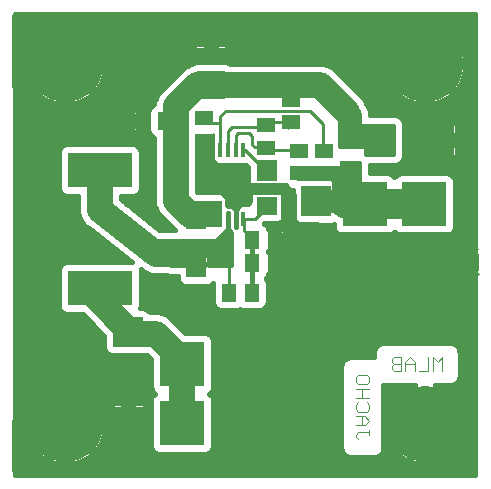
<source format=gbr>
G75*
G70*
%OFA0B0*%
%FSLAX24Y24*%
%IPPOS*%
%LPD*%
%AMOC8*
5,1,8,0,0,1.08239X$1,22.5*
%
%ADD10R,0.1083X0.0886*%
%ADD11C,0.0040*%
%ADD12R,0.0138X0.0472*%
%ADD13R,0.0984X0.1004*%
%ADD14R,0.0512X0.0591*%
%ADD15R,0.0591X0.0512*%
%ADD16R,0.1004X0.0984*%
%ADD17R,0.0945X0.0945*%
%ADD18R,0.2165X0.1181*%
%ADD19R,0.1500X0.1500*%
%ADD20C,0.2540*%
%ADD21R,0.0710X0.0630*%
%ADD22R,0.0669X0.0709*%
%ADD23R,0.1000X0.0500*%
%ADD24R,0.0650X0.0650*%
%ADD25C,0.0860*%
%ADD26C,0.0160*%
%ADD27C,0.0100*%
%ADD28C,0.0500*%
%ADD29C,0.0240*%
%ADD30C,0.0400*%
%ADD31C,0.0278*%
%ADD32C,0.0320*%
%ADD33C,0.0357*%
%ADD34C,0.0760*%
%ADD35C,0.1000*%
D10*
X007151Y012281D03*
D11*
X012211Y006921D02*
X012134Y006845D01*
X012134Y006691D01*
X012211Y006614D01*
X012517Y006614D01*
X012594Y006691D01*
X012594Y006845D01*
X012517Y006921D01*
X012211Y006921D01*
X012134Y006461D02*
X012594Y006461D01*
X012364Y006461D02*
X012364Y006154D01*
X012517Y006000D02*
X012594Y005924D01*
X012594Y005770D01*
X012517Y005694D01*
X012211Y005694D01*
X012134Y005770D01*
X012134Y005924D01*
X012211Y006000D01*
X012134Y006154D02*
X012594Y006154D01*
X012441Y005540D02*
X012134Y005540D01*
X012364Y005540D02*
X012364Y005233D01*
X012441Y005233D02*
X012594Y005387D01*
X012441Y005540D01*
X012441Y005233D02*
X012134Y005233D01*
X012211Y005003D02*
X012134Y004926D01*
X012134Y004849D01*
X012211Y004773D01*
X012211Y005003D02*
X012594Y005003D01*
X012594Y004926D02*
X012594Y005080D01*
X013415Y007047D02*
X013338Y007124D01*
X013338Y007201D01*
X013415Y007277D01*
X013645Y007277D01*
X013798Y007277D02*
X014105Y007277D01*
X014105Y007354D02*
X013952Y007508D01*
X013798Y007354D01*
X013798Y007047D01*
X013645Y007047D02*
X013415Y007047D01*
X013645Y007047D02*
X013645Y007508D01*
X013415Y007508D01*
X013338Y007431D01*
X013338Y007354D01*
X013415Y007277D01*
X014105Y007354D02*
X014105Y007047D01*
X014259Y007047D02*
X014566Y007047D01*
X014566Y007508D01*
X014719Y007508D02*
X014719Y007047D01*
X014872Y007354D02*
X014719Y007508D01*
X014872Y007354D02*
X015026Y007508D01*
X015026Y007047D01*
D12*
X008395Y012124D03*
X008139Y012124D03*
X007883Y012124D03*
X007628Y012124D03*
X007628Y014427D03*
X007883Y014427D03*
X008139Y014427D03*
X008395Y014427D03*
D13*
X010811Y012710D03*
X010811Y010722D03*
X004539Y008352D03*
X004539Y006364D03*
D14*
X007925Y009661D03*
X008673Y009661D03*
X008696Y010645D03*
X009444Y010645D03*
X009444Y011417D03*
X008696Y011417D03*
X005783Y015381D03*
X005035Y015381D03*
D15*
X007074Y015476D03*
X007074Y014728D03*
X009165Y014484D03*
X009165Y015232D03*
X009992Y015334D03*
X009992Y016082D03*
X010252Y014378D03*
X010252Y013630D03*
X011094Y013630D03*
X011094Y014378D03*
D16*
X012943Y014736D03*
X014931Y014736D03*
D17*
X007307Y016582D03*
X007307Y018315D03*
D18*
X003606Y013744D03*
X003606Y009807D03*
D19*
X006354Y007275D03*
X006354Y005307D03*
X008354Y005307D03*
X008354Y007275D03*
X012448Y010606D03*
X012448Y012606D03*
X014417Y012606D03*
X014417Y010606D03*
D20*
X014448Y005275D03*
X014448Y017275D03*
X002448Y017275D03*
X002448Y005275D03*
D21*
X009189Y012558D03*
X009189Y013678D03*
X011944Y013739D03*
X011944Y014859D03*
D22*
X006826Y012114D03*
X006826Y010500D03*
D23*
X009248Y016692D03*
X009248Y018317D03*
D24*
X009189Y013748D03*
D25*
X006925Y012232D02*
X006630Y012232D01*
X006137Y012724D01*
X006137Y015677D01*
X006137Y015874D01*
X006846Y016582D01*
X007307Y016582D01*
X009700Y016582D01*
X009878Y016582D01*
X010941Y016582D01*
X011846Y015677D01*
X006354Y010952D02*
X005468Y010952D01*
X003606Y012421D01*
X003606Y013744D01*
X003606Y009807D02*
X003570Y009771D01*
X003204Y009771D01*
X004580Y008395D01*
X004580Y008393D01*
X004539Y008352D01*
X004580Y008393D02*
X004582Y008393D01*
X004681Y008295D01*
X005468Y008295D01*
X006350Y007413D01*
X006354Y007275D01*
X006354Y005307D01*
D26*
X007270Y006287D02*
X011667Y006287D01*
X011667Y006445D02*
X009120Y006445D01*
X009149Y006457D01*
X009172Y006480D01*
X009184Y006509D01*
X009184Y007227D01*
X008402Y007227D01*
X008402Y006445D01*
X009120Y006445D01*
X009184Y006604D02*
X011667Y006604D01*
X011667Y006762D02*
X009184Y006762D01*
X009184Y006921D02*
X011667Y006921D01*
X011667Y007079D02*
X009184Y007079D01*
X009184Y007323D02*
X009184Y008041D01*
X009172Y008071D01*
X009149Y008093D01*
X009120Y008105D01*
X008402Y008105D01*
X008402Y007323D01*
X009184Y007323D01*
X009184Y007396D02*
X011728Y007396D01*
X011722Y007388D02*
X011707Y007366D01*
X011694Y007341D01*
X011683Y007316D01*
X011675Y007290D01*
X011670Y007263D01*
X011667Y007235D01*
X011667Y004446D01*
X011670Y004419D01*
X011675Y004392D01*
X011683Y004365D01*
X011694Y004340D01*
X011707Y004316D01*
X011722Y004293D01*
X011739Y004272D01*
X011759Y004252D01*
X011780Y004235D01*
X011803Y004219D01*
X011827Y004206D01*
X011853Y004196D01*
X011879Y004188D01*
X011906Y004182D01*
X011933Y004180D01*
X012794Y004180D01*
X012822Y004182D01*
X012849Y004188D01*
X012875Y004196D01*
X012900Y004206D01*
X012925Y004219D01*
X012947Y004235D01*
X012969Y004252D01*
X012988Y004272D01*
X013006Y004293D01*
X013021Y004316D01*
X013034Y004340D01*
X013044Y004365D01*
X013052Y004392D01*
X013058Y004419D01*
X013060Y004446D01*
X013060Y006580D01*
X014101Y006580D01*
X013993Y006548D01*
X013871Y006497D01*
X013754Y006435D01*
X013643Y006361D01*
X013541Y006277D01*
X013447Y006183D01*
X013363Y006080D01*
X013289Y005970D01*
X013227Y005853D01*
X013176Y005731D01*
X013137Y005604D01*
X013111Y005474D01*
X013100Y005355D01*
X014368Y005355D01*
X014368Y005195D01*
X013100Y005195D01*
X013111Y005077D01*
X013137Y004947D01*
X013176Y004820D01*
X013227Y004697D01*
X013289Y004580D01*
X013363Y004470D01*
X013447Y004367D01*
X013541Y004274D01*
X013643Y004190D01*
X013754Y004116D01*
X013871Y004053D01*
X013993Y004003D01*
X014120Y003964D01*
X014250Y003938D01*
X014368Y003927D01*
X014368Y005195D01*
X014528Y005195D01*
X014528Y003927D01*
X014647Y003938D01*
X014777Y003964D01*
X014904Y004003D01*
X015026Y004053D01*
X015143Y004116D01*
X015254Y004190D01*
X015356Y004274D01*
X015450Y004367D01*
X015534Y004470D01*
X015608Y004580D01*
X015670Y004697D01*
X015721Y004820D01*
X015760Y004947D01*
X015785Y005077D01*
X015797Y005195D01*
X014528Y005195D01*
X014528Y005355D01*
X015797Y005355D01*
X015785Y005474D01*
X015760Y005604D01*
X015721Y005731D01*
X015670Y005853D01*
X015608Y005970D01*
X015534Y006080D01*
X015450Y006183D01*
X015356Y006277D01*
X015254Y006361D01*
X015143Y006435D01*
X015026Y006497D01*
X014904Y006548D01*
X014796Y006580D01*
X015335Y006580D01*
X015362Y006583D01*
X015389Y006589D01*
X015416Y006597D01*
X015441Y006607D01*
X015465Y006620D01*
X015488Y006635D01*
X015510Y006653D01*
X015529Y006672D01*
X015547Y006694D01*
X015562Y006716D01*
X015575Y006741D01*
X015585Y006766D01*
X015593Y006792D01*
X015599Y006819D01*
X015601Y006847D01*
X015601Y007708D01*
X015599Y007735D01*
X015593Y007762D01*
X015585Y007788D01*
X015575Y007814D01*
X015562Y007838D01*
X015547Y007861D01*
X015529Y007882D01*
X015510Y007902D01*
X015488Y007919D01*
X015465Y007934D01*
X015441Y007947D01*
X015416Y007958D01*
X015389Y007966D01*
X015362Y007971D01*
X015335Y007974D01*
X013024Y007974D01*
X012997Y007971D01*
X012970Y007966D01*
X012943Y007958D01*
X012918Y007947D01*
X012894Y007934D01*
X012871Y007919D01*
X012849Y007902D01*
X012830Y007882D01*
X012812Y007861D01*
X012797Y007838D01*
X012784Y007814D01*
X012774Y007788D01*
X012766Y007762D01*
X012760Y007735D01*
X012758Y007708D01*
X012758Y007501D01*
X011933Y007501D01*
X011906Y007499D01*
X011879Y007493D01*
X011853Y007485D01*
X011827Y007475D01*
X011803Y007462D01*
X011780Y007447D01*
X011759Y007429D01*
X011739Y007410D01*
X011722Y007388D01*
X011667Y007238D02*
X008402Y007238D01*
X008402Y007227D02*
X008402Y007323D01*
X008306Y007323D01*
X008306Y007227D01*
X008402Y007227D01*
X008306Y007227D02*
X008306Y006445D01*
X007588Y006445D01*
X007559Y006457D01*
X007536Y006480D01*
X007524Y006509D01*
X007524Y007227D01*
X008306Y007227D01*
X008306Y007238D02*
X007384Y007238D01*
X007384Y007396D02*
X007524Y007396D01*
X007524Y007323D02*
X007524Y008041D01*
X007536Y008071D01*
X007559Y008093D01*
X007588Y008105D01*
X008306Y008105D01*
X008306Y007323D01*
X007524Y007323D01*
X007524Y007555D02*
X007384Y007555D01*
X007384Y007713D02*
X007524Y007713D01*
X007524Y007872D02*
X007384Y007872D01*
X007384Y008030D02*
X007524Y008030D01*
X007384Y008081D02*
X007341Y008184D01*
X007263Y008263D01*
X007160Y008305D01*
X006462Y008305D01*
X006070Y008697D01*
X005870Y008897D01*
X005609Y009005D01*
X005272Y009005D01*
X005268Y009013D01*
X005190Y009091D01*
X005087Y009134D01*
X004958Y009134D01*
X004969Y009160D01*
X004969Y010442D01*
X004996Y010421D01*
X005066Y010350D01*
X005106Y010334D01*
X005139Y010307D01*
X005235Y010280D01*
X005327Y010242D01*
X005370Y010242D01*
X005411Y010231D01*
X005510Y010242D01*
X005842Y010242D01*
X005875Y010229D01*
X006212Y010229D01*
X006212Y010090D01*
X006254Y009987D01*
X006333Y009908D01*
X006436Y009865D01*
X007217Y009865D01*
X007320Y009908D01*
X007389Y009977D01*
X007389Y009310D01*
X007432Y009207D01*
X007510Y009128D01*
X007613Y009086D01*
X008236Y009086D01*
X008299Y009112D01*
X008361Y009086D01*
X008984Y009086D01*
X009087Y009128D01*
X009166Y009207D01*
X009209Y009310D01*
X009209Y010012D01*
X009166Y010115D01*
X009140Y010141D01*
X009190Y010191D01*
X009222Y010270D01*
X009397Y010270D01*
X009397Y010597D01*
X009492Y010597D01*
X009492Y010270D01*
X009716Y010270D01*
X009746Y010282D01*
X009768Y010305D01*
X009780Y010334D01*
X009780Y010597D01*
X009492Y010597D01*
X009492Y010693D01*
X009397Y010693D01*
X009397Y011021D01*
X009222Y011021D01*
X009218Y011031D01*
X009222Y011042D01*
X009397Y011042D01*
X009492Y011042D01*
X009716Y011042D01*
X009746Y011054D01*
X009768Y011076D01*
X009780Y011106D01*
X009780Y011369D01*
X009492Y011369D01*
X009492Y011042D01*
X009492Y011021D02*
X009492Y010693D01*
X009780Y010693D01*
X009780Y010956D01*
X009768Y010986D01*
X009746Y011008D01*
X009716Y011021D01*
X009492Y011021D01*
X009397Y011042D02*
X009397Y011369D01*
X009492Y011369D01*
X009492Y011465D01*
X009397Y011465D01*
X009397Y011792D01*
X009222Y011792D01*
X009190Y011871D01*
X009111Y011950D01*
X009087Y011959D01*
X009091Y011963D01*
X009599Y011963D01*
X009702Y012006D01*
X009781Y012084D01*
X009824Y012187D01*
X009824Y012929D01*
X009781Y013031D01*
X009702Y013110D01*
X009684Y013118D01*
X009702Y013125D01*
X009755Y013179D01*
X009798Y013136D01*
X009901Y013094D01*
X010039Y013094D01*
X010039Y012153D01*
X010081Y012050D01*
X010160Y011971D01*
X010263Y011928D01*
X011358Y011928D01*
X011405Y011948D01*
X011418Y011942D01*
X011418Y011800D01*
X011461Y011697D01*
X011540Y011619D01*
X011643Y011576D01*
X013254Y011576D01*
X013357Y011619D01*
X013433Y011694D01*
X013508Y011619D01*
X013611Y011576D01*
X015223Y011576D01*
X015326Y011619D01*
X015404Y011697D01*
X015447Y011800D01*
X015447Y013412D01*
X015404Y013515D01*
X015326Y013593D01*
X015223Y013636D01*
X013611Y013636D01*
X013508Y013593D01*
X013433Y013518D01*
X013357Y013593D01*
X013254Y013636D01*
X012619Y013636D01*
X012619Y013920D01*
X013487Y013920D01*
X013608Y013970D01*
X013701Y014063D01*
X013751Y014184D01*
X013751Y015299D01*
X013701Y015421D01*
X013608Y015514D01*
X013487Y015564D01*
X012604Y015564D01*
X012604Y015710D01*
X012504Y015952D01*
X012498Y015958D01*
X012448Y016079D01*
X011343Y017184D01*
X011082Y017292D01*
X007937Y017292D01*
X007835Y017335D01*
X006779Y017335D01*
X006676Y017292D01*
X006655Y017272D01*
X006444Y017184D01*
X005535Y016276D01*
X005427Y016015D01*
X005427Y015939D01*
X005369Y015914D01*
X005290Y015835D01*
X005257Y015757D01*
X005083Y015757D01*
X005083Y015429D01*
X004987Y015429D01*
X004987Y015334D01*
X004699Y015334D01*
X004699Y015070D01*
X004711Y015041D01*
X004734Y015018D01*
X004763Y015006D01*
X004987Y015006D01*
X004987Y015334D01*
X005083Y015334D01*
X005083Y015006D01*
X005257Y015006D01*
X005290Y014928D01*
X005369Y014849D01*
X005427Y014824D01*
X005427Y012583D01*
X005535Y012322D01*
X006028Y011830D01*
X006028Y011830D01*
X006103Y011755D01*
X005597Y011755D01*
X004316Y012765D01*
X004316Y012873D01*
X004744Y012873D01*
X004847Y012916D01*
X004926Y012995D01*
X004969Y013097D01*
X004969Y014390D01*
X004926Y014493D01*
X004847Y014572D01*
X004744Y014614D01*
X002468Y014614D01*
X002365Y014572D01*
X002286Y014493D01*
X002243Y014390D01*
X002243Y013097D01*
X002286Y012995D01*
X002365Y012916D01*
X002468Y012873D01*
X002896Y012873D01*
X002896Y012519D01*
X002884Y012478D01*
X002896Y012379D01*
X002896Y012280D01*
X002912Y012240D01*
X002917Y012197D01*
X002966Y012111D01*
X003004Y012019D01*
X003034Y011988D01*
X003055Y011951D01*
X003133Y011889D01*
X003204Y011819D01*
X003243Y011803D01*
X004670Y010677D01*
X002468Y010677D01*
X002365Y010635D01*
X002286Y010556D01*
X002243Y010453D01*
X002243Y009160D01*
X002286Y009058D01*
X002365Y008979D01*
X002468Y008936D01*
X003035Y008936D01*
X003767Y008205D01*
X003767Y007794D01*
X003809Y007691D01*
X003888Y007613D01*
X003991Y007570D01*
X005087Y007570D01*
X005123Y007585D01*
X005174Y007585D01*
X005324Y007435D01*
X005324Y006470D01*
X005367Y006367D01*
X005442Y006291D01*
X005367Y006215D01*
X005324Y006112D01*
X005324Y004501D01*
X005367Y004398D01*
X005445Y004319D01*
X005548Y004277D01*
X007160Y004277D01*
X007263Y004319D01*
X007341Y004398D01*
X007384Y004501D01*
X007384Y006112D01*
X007341Y006215D01*
X007266Y006291D01*
X007341Y006367D01*
X007384Y006470D01*
X007384Y008081D01*
X007336Y008189D02*
X016129Y008189D01*
X016129Y008347D02*
X006420Y008347D01*
X006261Y008506D02*
X016129Y008506D01*
X016129Y008664D02*
X006103Y008664D01*
X005944Y008823D02*
X016129Y008823D01*
X016129Y008981D02*
X005666Y008981D01*
X004960Y009140D02*
X007499Y009140D01*
X007394Y009298D02*
X004969Y009298D01*
X004969Y009457D02*
X007389Y009457D01*
X007389Y009615D02*
X004969Y009615D01*
X004969Y009774D02*
X007389Y009774D01*
X007389Y009932D02*
X007344Y009932D01*
X006309Y009932D02*
X004969Y009932D01*
X004969Y010091D02*
X006212Y010091D01*
X005310Y010249D02*
X004969Y010249D01*
X004969Y010408D02*
X005009Y010408D01*
X004610Y010725D02*
X000768Y010725D01*
X000768Y010883D02*
X004409Y010883D01*
X004208Y011042D02*
X000768Y011042D01*
X000768Y011200D02*
X004007Y011200D01*
X003806Y011359D02*
X000768Y011359D01*
X000768Y011517D02*
X003605Y011517D01*
X003404Y011676D02*
X000768Y011676D01*
X000768Y011834D02*
X003188Y011834D01*
X003030Y011993D02*
X000768Y011993D01*
X000768Y012151D02*
X002943Y012151D01*
X002896Y012310D02*
X000768Y012310D01*
X000768Y012468D02*
X002885Y012468D01*
X002896Y012627D02*
X000768Y012627D01*
X000768Y012785D02*
X002896Y012785D01*
X002337Y012944D02*
X000768Y012944D01*
X000768Y013102D02*
X002243Y013102D01*
X002243Y013261D02*
X000768Y013261D01*
X000768Y013419D02*
X002243Y013419D01*
X002243Y013578D02*
X000768Y013578D01*
X000768Y013736D02*
X002243Y013736D01*
X002243Y013895D02*
X000768Y013895D01*
X000768Y014053D02*
X002243Y014053D01*
X002243Y014212D02*
X000768Y014212D01*
X000768Y014370D02*
X002243Y014370D01*
X002322Y014529D02*
X000768Y014529D01*
X000768Y014687D02*
X005427Y014687D01*
X005427Y014529D02*
X004890Y014529D01*
X004969Y014370D02*
X005427Y014370D01*
X005427Y014212D02*
X004969Y014212D01*
X004969Y014053D02*
X005427Y014053D01*
X005427Y013895D02*
X004969Y013895D01*
X004969Y013736D02*
X005427Y013736D01*
X005427Y013578D02*
X004969Y013578D01*
X004969Y013419D02*
X005427Y013419D01*
X005427Y013261D02*
X004969Y013261D01*
X004969Y013102D02*
X005427Y013102D01*
X005427Y012944D02*
X004875Y012944D01*
X004491Y012627D02*
X005427Y012627D01*
X005427Y012785D02*
X004316Y012785D01*
X004692Y012468D02*
X005475Y012468D01*
X005548Y012310D02*
X004893Y012310D01*
X005094Y012151D02*
X005706Y012151D01*
X005865Y011993D02*
X005295Y011993D01*
X005496Y011834D02*
X006023Y011834D01*
X006861Y013004D02*
X006847Y013018D01*
X006847Y014392D01*
X007026Y014392D01*
X007026Y014680D01*
X007122Y014680D01*
X007122Y014392D01*
X007279Y014392D01*
X007279Y014135D01*
X007321Y014032D01*
X007400Y013953D01*
X007503Y013911D01*
X007752Y013911D01*
X007756Y013912D01*
X007759Y013911D01*
X008008Y013911D01*
X008011Y013912D01*
X008015Y013911D01*
X008264Y013911D01*
X008267Y013912D01*
X008271Y013911D01*
X008489Y013911D01*
X008554Y013846D01*
X008554Y013307D01*
X008596Y013204D01*
X008675Y013125D01*
X008693Y013118D01*
X008675Y013110D01*
X008596Y013031D01*
X008554Y012929D01*
X008554Y012626D01*
X008520Y012640D01*
X008515Y012640D01*
X008515Y012746D01*
X008460Y012879D01*
X008359Y012980D01*
X008227Y013035D01*
X008084Y013035D01*
X007951Y012980D01*
X007892Y012921D01*
X007851Y012961D01*
X007748Y013004D01*
X006861Y013004D01*
X006847Y013102D02*
X008667Y013102D01*
X008573Y013261D02*
X006847Y013261D01*
X006847Y013419D02*
X008554Y013419D01*
X008554Y013578D02*
X006847Y013578D01*
X006847Y013736D02*
X008554Y013736D01*
X008505Y013895D02*
X006847Y013895D01*
X006847Y014053D02*
X007312Y014053D01*
X007279Y014212D02*
X006847Y014212D01*
X006847Y014370D02*
X007279Y014370D01*
X007122Y014529D02*
X007026Y014529D01*
X007122Y014680D02*
X007122Y014776D01*
X007298Y014776D01*
X007298Y014764D01*
X007279Y014719D01*
X007279Y014680D01*
X007122Y014680D01*
X007122Y014687D02*
X007279Y014687D01*
X007171Y014693D02*
X007122Y014742D01*
X007122Y013954D01*
X007368Y013708D01*
X007368Y013511D02*
X007171Y013708D01*
X007171Y014643D01*
X007171Y014693D01*
X007171Y014643D02*
X006876Y014643D01*
X007072Y014742D02*
X007171Y014643D01*
X007368Y013511D02*
X007614Y013511D01*
X008007Y013511D01*
X008106Y013511D01*
X008106Y013118D02*
X008139Y013084D01*
X008139Y012124D01*
X008139Y012413D01*
X008155Y012429D01*
X008155Y012675D02*
X008155Y011838D01*
X008696Y011444D02*
X008696Y011417D01*
X008696Y010645D01*
X008673Y010622D01*
X008673Y009661D01*
X009209Y009615D02*
X016129Y009615D01*
X016129Y009457D02*
X009209Y009457D01*
X009204Y009298D02*
X016129Y009298D01*
X016129Y009140D02*
X009099Y009140D01*
X009209Y009774D02*
X016129Y009774D01*
X016129Y009932D02*
X015247Y009932D01*
X015247Y009840D02*
X015247Y010558D01*
X014465Y010558D01*
X014465Y010654D01*
X014369Y010654D01*
X014369Y011436D01*
X013651Y011436D01*
X013622Y011424D01*
X013599Y011401D01*
X013587Y011372D01*
X013587Y010654D01*
X014369Y010654D01*
X014369Y010558D01*
X013587Y010558D01*
X013587Y009840D01*
X013599Y009811D01*
X013622Y009788D01*
X013651Y009776D01*
X014369Y009776D01*
X014369Y010558D01*
X014465Y010558D01*
X014465Y009776D01*
X015183Y009776D01*
X015212Y009788D01*
X015235Y009811D01*
X015247Y009840D01*
X015247Y010091D02*
X016129Y010091D01*
X016129Y010249D02*
X015247Y010249D01*
X015247Y010408D02*
X016129Y010408D01*
X016129Y010566D02*
X014465Y010566D01*
X014465Y010654D02*
X015247Y010654D01*
X015247Y011372D01*
X015235Y011401D01*
X015212Y011424D01*
X015183Y011436D01*
X014465Y011436D01*
X014465Y010654D01*
X014465Y010725D02*
X014369Y010725D01*
X014369Y010883D02*
X014465Y010883D01*
X014465Y011042D02*
X014369Y011042D01*
X014369Y011200D02*
X014465Y011200D01*
X014465Y011359D02*
X014369Y011359D01*
X013587Y011359D02*
X013278Y011359D01*
X013278Y011372D02*
X013266Y011401D01*
X013244Y011424D01*
X013214Y011436D01*
X012496Y011436D01*
X012496Y010654D01*
X012400Y010654D01*
X012400Y010558D01*
X011618Y010558D01*
X011618Y009840D01*
X011631Y009811D01*
X011653Y009788D01*
X011683Y009776D01*
X012400Y009776D01*
X012400Y010558D01*
X012496Y010558D01*
X012496Y009776D01*
X013214Y009776D01*
X013244Y009788D01*
X013266Y009811D01*
X013278Y009840D01*
X013278Y010558D01*
X012496Y010558D01*
X012496Y010654D01*
X013278Y010654D01*
X013278Y011372D01*
X013278Y011200D02*
X013587Y011200D01*
X013587Y011042D02*
X013278Y011042D01*
X013278Y010883D02*
X013587Y010883D01*
X013587Y010725D02*
X013278Y010725D01*
X013278Y010408D02*
X013587Y010408D01*
X013587Y010249D02*
X013278Y010249D01*
X013278Y010091D02*
X013587Y010091D01*
X013587Y009932D02*
X013278Y009932D01*
X012496Y009932D02*
X012400Y009932D01*
X012400Y010091D02*
X012496Y010091D01*
X012496Y010249D02*
X012400Y010249D01*
X012400Y010408D02*
X012496Y010408D01*
X012496Y010566D02*
X014369Y010566D01*
X014369Y010408D02*
X014465Y010408D01*
X014465Y010249D02*
X014369Y010249D01*
X014369Y010091D02*
X014465Y010091D01*
X014465Y009932D02*
X014369Y009932D01*
X015247Y010725D02*
X016129Y010725D01*
X016129Y010883D02*
X015247Y010883D01*
X015247Y011042D02*
X016129Y011042D01*
X016129Y011200D02*
X015247Y011200D01*
X015247Y011359D02*
X016129Y011359D01*
X016129Y011517D02*
X009780Y011517D01*
X009780Y011465D02*
X009780Y011728D01*
X009768Y011758D01*
X009746Y011780D01*
X009716Y011792D01*
X009492Y011792D01*
X009492Y011465D01*
X009780Y011465D01*
X009780Y011359D02*
X011618Y011359D01*
X011618Y011372D02*
X011618Y010654D01*
X012400Y010654D01*
X012400Y011436D01*
X011683Y011436D01*
X011653Y011424D01*
X011631Y011401D01*
X011618Y011372D01*
X011618Y011200D02*
X011383Y011200D01*
X011383Y011240D02*
X011371Y011269D01*
X011348Y011292D01*
X011319Y011304D01*
X010891Y011304D01*
X010891Y010802D01*
X011383Y010802D01*
X011383Y011240D01*
X011383Y011042D02*
X011618Y011042D01*
X011618Y010883D02*
X011383Y010883D01*
X011383Y010642D02*
X010891Y010642D01*
X010891Y010802D01*
X010731Y010802D01*
X010731Y011304D01*
X010303Y011304D01*
X010273Y011292D01*
X010251Y011269D01*
X010239Y011240D01*
X010239Y010802D01*
X010731Y010802D01*
X010731Y010642D01*
X010891Y010642D01*
X010891Y010140D01*
X011319Y010140D01*
X011348Y010152D01*
X011371Y010175D01*
X011383Y010204D01*
X011383Y010642D01*
X011383Y010566D02*
X012400Y010566D01*
X012400Y010725D02*
X012496Y010725D01*
X012496Y010883D02*
X012400Y010883D01*
X012400Y011042D02*
X012496Y011042D01*
X012496Y011200D02*
X012400Y011200D01*
X012400Y011359D02*
X012496Y011359D01*
X011618Y010725D02*
X010891Y010725D01*
X010891Y010883D02*
X010731Y010883D01*
X010731Y010725D02*
X009780Y010725D01*
X009780Y010883D02*
X010239Y010883D01*
X010239Y011042D02*
X009716Y011042D01*
X009780Y011200D02*
X010239Y011200D01*
X010731Y011200D02*
X010891Y011200D01*
X010891Y011042D02*
X010731Y011042D01*
X010731Y010642D02*
X010239Y010642D01*
X010239Y010204D01*
X010251Y010175D01*
X010273Y010152D01*
X010303Y010140D01*
X010731Y010140D01*
X010731Y010642D01*
X010731Y010566D02*
X010891Y010566D01*
X010891Y010408D02*
X010731Y010408D01*
X010731Y010249D02*
X010891Y010249D01*
X011383Y010249D02*
X011618Y010249D01*
X011618Y010091D02*
X009176Y010091D01*
X009209Y009932D02*
X011618Y009932D01*
X011618Y010408D02*
X011383Y010408D01*
X010239Y010408D02*
X009780Y010408D01*
X009780Y010566D02*
X010239Y010566D01*
X010239Y010249D02*
X009214Y010249D01*
X009397Y010408D02*
X009492Y010408D01*
X009492Y010566D02*
X009397Y010566D01*
X009397Y010725D02*
X009492Y010725D01*
X009492Y010883D02*
X009397Y010883D01*
X009397Y011200D02*
X009492Y011200D01*
X009492Y011359D02*
X009397Y011359D01*
X009397Y011517D02*
X009492Y011517D01*
X009492Y011676D02*
X009397Y011676D01*
X009205Y011834D02*
X011418Y011834D01*
X011483Y011676D02*
X009780Y011676D01*
X009671Y011993D02*
X010138Y011993D01*
X010039Y012151D02*
X009809Y012151D01*
X009824Y012310D02*
X010039Y012310D01*
X010039Y012468D02*
X009824Y012468D01*
X009824Y012627D02*
X010039Y012627D01*
X010039Y012785D02*
X009824Y012785D01*
X009817Y012944D02*
X010039Y012944D01*
X009880Y013102D02*
X009710Y013102D01*
X009189Y012626D02*
X009189Y012558D01*
X008554Y012627D02*
X008552Y012627D01*
X008554Y012785D02*
X008499Y012785D01*
X008560Y012944D02*
X008395Y012944D01*
X007915Y012944D02*
X007869Y012944D01*
X005376Y014846D02*
X000768Y014846D01*
X000768Y015004D02*
X005258Y015004D01*
X005083Y015163D02*
X004987Y015163D01*
X004987Y015321D02*
X005083Y015321D01*
X004987Y015429D02*
X004699Y015429D01*
X004699Y015693D01*
X004711Y015722D01*
X004734Y015745D01*
X004763Y015757D01*
X004987Y015757D01*
X004987Y015429D01*
X004987Y015480D02*
X005083Y015480D01*
X005083Y015638D02*
X004987Y015638D01*
X004699Y015638D02*
X000768Y015638D01*
X000768Y015480D02*
X004699Y015480D01*
X004699Y015321D02*
X000768Y015321D01*
X000768Y015163D02*
X004699Y015163D01*
X005274Y015797D02*
X000768Y015797D01*
X000768Y015955D02*
X002165Y015955D01*
X002120Y015964D02*
X002250Y015938D01*
X002368Y015927D01*
X002368Y017195D01*
X001100Y017195D01*
X001111Y017077D01*
X001137Y016947D01*
X001176Y016820D01*
X001227Y016697D01*
X001289Y016580D01*
X001363Y016470D01*
X001447Y016367D01*
X001541Y016274D01*
X001643Y016190D01*
X001754Y016116D01*
X001871Y016053D01*
X001993Y016003D01*
X002120Y015964D01*
X002368Y015955D02*
X002528Y015955D01*
X002528Y015927D02*
X002647Y015938D01*
X002777Y015964D01*
X002904Y016003D01*
X003026Y016053D01*
X003143Y016116D01*
X003254Y016190D01*
X003356Y016274D01*
X003450Y016367D01*
X003534Y016470D01*
X003608Y016580D01*
X003670Y016697D01*
X003721Y016820D01*
X003760Y016947D01*
X003785Y017077D01*
X003797Y017195D01*
X002528Y017195D01*
X002528Y015927D01*
X002528Y016114D02*
X002368Y016114D01*
X002368Y016272D02*
X002528Y016272D01*
X002528Y016431D02*
X002368Y016431D01*
X002368Y016589D02*
X002528Y016589D01*
X002528Y016748D02*
X002368Y016748D01*
X002368Y016906D02*
X002528Y016906D01*
X002528Y017065D02*
X002368Y017065D01*
X002368Y017195D02*
X002528Y017195D01*
X002528Y017355D01*
X002368Y017355D01*
X002368Y017195D01*
X002368Y017223D02*
X001051Y017223D01*
X001043Y017242D02*
X000911Y017374D01*
X000790Y017424D01*
X000768Y017424D01*
X000768Y018956D01*
X016129Y018956D01*
X016129Y003595D01*
X000768Y003595D01*
X000768Y016646D01*
X000829Y016646D01*
X000950Y016696D01*
X001043Y016789D01*
X001093Y016910D01*
X001093Y017120D01*
X001043Y017242D01*
X001100Y017355D02*
X002368Y017355D01*
X002368Y018624D01*
X002250Y018612D01*
X002120Y018586D01*
X001993Y018548D01*
X001871Y018497D01*
X001754Y018435D01*
X001643Y018361D01*
X001541Y018277D01*
X001447Y018183D01*
X001363Y018080D01*
X001289Y017970D01*
X001227Y017853D01*
X001176Y017731D01*
X001137Y017604D01*
X001111Y017474D01*
X001100Y017355D01*
X001102Y017382D02*
X000892Y017382D01*
X000768Y017540D02*
X001125Y017540D01*
X001166Y017699D02*
X000768Y017699D01*
X000768Y017857D02*
X001229Y017857D01*
X001320Y018016D02*
X000768Y018016D01*
X000768Y018174D02*
X001440Y018174D01*
X001609Y018333D02*
X000768Y018333D01*
X000768Y018491D02*
X001860Y018491D01*
X002368Y018491D02*
X002528Y018491D01*
X002528Y018624D02*
X002528Y017355D01*
X003797Y017355D01*
X003785Y017474D01*
X003760Y017604D01*
X003721Y017731D01*
X003670Y017853D01*
X003608Y017970D01*
X003534Y018080D01*
X003450Y018183D01*
X003356Y018277D01*
X003254Y018361D01*
X003143Y018435D01*
X003026Y018497D01*
X002904Y018548D01*
X002777Y018586D01*
X002647Y018612D01*
X002528Y018624D01*
X002528Y018333D02*
X002368Y018333D01*
X002368Y018174D02*
X002528Y018174D01*
X002528Y018016D02*
X002368Y018016D01*
X002368Y017857D02*
X002528Y017857D01*
X002528Y017699D02*
X002368Y017699D01*
X002368Y017540D02*
X002528Y017540D01*
X002528Y017382D02*
X002368Y017382D01*
X002528Y017223D02*
X006538Y017223D01*
X006324Y017065D02*
X003783Y017065D01*
X003747Y016906D02*
X006166Y016906D01*
X006007Y016748D02*
X003691Y016748D01*
X003613Y016589D02*
X005849Y016589D01*
X005690Y016431D02*
X003502Y016431D01*
X003354Y016272D02*
X005534Y016272D01*
X005468Y016114D02*
X003139Y016114D01*
X002732Y015955D02*
X005427Y015955D01*
X003794Y017382D02*
X013102Y017382D01*
X013100Y017355D02*
X014368Y017355D01*
X014368Y017195D01*
X013100Y017195D01*
X013111Y017077D01*
X013137Y016947D01*
X013176Y016820D01*
X013227Y016697D01*
X013289Y016580D01*
X013363Y016470D01*
X013447Y016367D01*
X013541Y016274D01*
X013643Y016190D01*
X013754Y016116D01*
X013871Y016053D01*
X013993Y016003D01*
X014120Y015964D01*
X014250Y015938D01*
X014368Y015927D01*
X014368Y017195D01*
X014528Y017195D01*
X014528Y015927D01*
X014647Y015938D01*
X014777Y015964D01*
X014904Y016003D01*
X015026Y016053D01*
X015143Y016116D01*
X015254Y016190D01*
X015356Y016274D01*
X015450Y016367D01*
X015534Y016470D01*
X015608Y016580D01*
X015670Y016697D01*
X015721Y016820D01*
X015760Y016947D01*
X015785Y017077D01*
X015797Y017195D01*
X014528Y017195D01*
X014528Y017355D01*
X014368Y017355D01*
X014368Y018624D01*
X014250Y018612D01*
X014120Y018586D01*
X013993Y018548D01*
X013871Y018497D01*
X013754Y018435D01*
X013643Y018361D01*
X013541Y018277D01*
X013447Y018183D01*
X013363Y018080D01*
X013289Y017970D01*
X013227Y017853D01*
X013176Y017731D01*
X013137Y017604D01*
X013111Y017474D01*
X013100Y017355D01*
X013125Y017540D02*
X003772Y017540D01*
X003731Y017699D02*
X013166Y017699D01*
X013229Y017857D02*
X007859Y017857D01*
X007859Y017826D02*
X007859Y018235D01*
X007387Y018235D01*
X007387Y018395D01*
X007227Y018395D01*
X007227Y018867D01*
X006818Y018867D01*
X006789Y018855D01*
X006766Y018832D01*
X006754Y018803D01*
X006754Y018395D01*
X007227Y018395D01*
X007227Y018235D01*
X006754Y018235D01*
X006754Y017826D01*
X006766Y017797D01*
X006789Y017774D01*
X006818Y017762D01*
X007227Y017762D01*
X007227Y018235D01*
X007387Y018235D01*
X007387Y017762D01*
X007795Y017762D01*
X007824Y017774D01*
X007847Y017797D01*
X007859Y017826D01*
X007859Y018016D02*
X008685Y018016D01*
X008680Y018021D02*
X008702Y017999D01*
X008732Y017987D01*
X009203Y017987D01*
X009203Y018272D01*
X008668Y018272D01*
X008668Y018051D01*
X008680Y018021D01*
X008668Y018174D02*
X007859Y018174D01*
X007859Y018395D02*
X007859Y018803D01*
X007847Y018832D01*
X007824Y018855D01*
X007795Y018867D01*
X007387Y018867D01*
X007387Y018395D01*
X007859Y018395D01*
X007859Y018491D02*
X008668Y018491D01*
X008668Y018582D02*
X008668Y018362D01*
X009203Y018362D01*
X009203Y018647D01*
X008732Y018647D01*
X008702Y018634D01*
X008680Y018612D01*
X008668Y018582D01*
X009203Y018491D02*
X009293Y018491D01*
X009293Y018362D02*
X009293Y018647D01*
X009764Y018647D01*
X009793Y018634D01*
X009815Y018612D01*
X009828Y018582D01*
X009828Y018362D01*
X009293Y018362D01*
X009203Y018362D01*
X009203Y018272D01*
X009293Y018272D01*
X009293Y018362D01*
X009293Y018333D02*
X013609Y018333D01*
X013440Y018174D02*
X009828Y018174D01*
X009828Y018272D02*
X009828Y018051D01*
X009815Y018021D01*
X009793Y017999D01*
X009764Y017987D01*
X009293Y017987D01*
X009293Y018272D01*
X009828Y018272D01*
X009828Y018491D02*
X013860Y018491D01*
X014368Y018491D02*
X014528Y018491D01*
X014528Y018624D02*
X014647Y018612D01*
X014777Y018586D01*
X014904Y018548D01*
X015026Y018497D01*
X015143Y018435D01*
X015254Y018361D01*
X015356Y018277D01*
X015450Y018183D01*
X015534Y018080D01*
X015608Y017970D01*
X015670Y017853D01*
X015721Y017731D01*
X015760Y017604D01*
X015785Y017474D01*
X015797Y017355D01*
X014528Y017355D01*
X014528Y018624D01*
X014528Y018333D02*
X014368Y018333D01*
X014368Y018174D02*
X014528Y018174D01*
X014528Y018016D02*
X014368Y018016D01*
X014368Y017857D02*
X014528Y017857D01*
X014528Y017699D02*
X014368Y017699D01*
X014368Y017540D02*
X014528Y017540D01*
X014528Y017382D02*
X014368Y017382D01*
X014368Y017223D02*
X011249Y017223D01*
X011462Y017065D02*
X013114Y017065D01*
X013150Y016906D02*
X011621Y016906D01*
X011779Y016748D02*
X013206Y016748D01*
X013284Y016589D02*
X011938Y016589D01*
X012096Y016431D02*
X013395Y016431D01*
X013543Y016272D02*
X012255Y016272D01*
X012413Y016114D02*
X013758Y016114D01*
X014165Y015955D02*
X012501Y015955D01*
X012568Y015797D02*
X016129Y015797D01*
X016129Y015955D02*
X014732Y015955D01*
X014528Y015955D02*
X014368Y015955D01*
X014368Y016114D02*
X014528Y016114D01*
X014528Y016272D02*
X014368Y016272D01*
X014368Y016431D02*
X014528Y016431D01*
X014528Y016589D02*
X014368Y016589D01*
X014368Y016748D02*
X014528Y016748D01*
X014528Y016906D02*
X014368Y016906D01*
X014368Y017065D02*
X014528Y017065D01*
X014528Y017223D02*
X016129Y017223D01*
X016129Y017065D02*
X015783Y017065D01*
X015747Y016906D02*
X016129Y016906D01*
X016129Y016748D02*
X015691Y016748D01*
X015613Y016589D02*
X016129Y016589D01*
X016129Y016431D02*
X015502Y016431D01*
X015354Y016272D02*
X016129Y016272D01*
X016129Y016114D02*
X015139Y016114D01*
X015011Y015308D02*
X015011Y014816D01*
X015513Y014816D01*
X015513Y015244D01*
X015500Y015273D01*
X015478Y015296D01*
X015449Y015308D01*
X015011Y015308D01*
X015011Y015163D02*
X014851Y015163D01*
X014851Y015308D02*
X014413Y015308D01*
X014383Y015296D01*
X014361Y015273D01*
X014349Y015244D01*
X014349Y014816D01*
X014851Y014816D01*
X014851Y015308D01*
X014851Y015004D02*
X015011Y015004D01*
X015011Y014846D02*
X014851Y014846D01*
X014851Y014816D02*
X015011Y014816D01*
X015011Y014656D01*
X015513Y014656D01*
X015513Y014228D01*
X015500Y014198D01*
X015478Y014176D01*
X015449Y014164D01*
X015011Y014164D01*
X015011Y014656D01*
X014851Y014656D01*
X014851Y014164D01*
X014413Y014164D01*
X014383Y014176D01*
X014361Y014198D01*
X014349Y014228D01*
X014349Y014656D01*
X014851Y014656D01*
X014851Y014816D01*
X014851Y014687D02*
X013751Y014687D01*
X013751Y014529D02*
X014349Y014529D01*
X014349Y014370D02*
X013751Y014370D01*
X013751Y014212D02*
X014355Y014212D01*
X014851Y014212D02*
X015011Y014212D01*
X015011Y014370D02*
X014851Y014370D01*
X014851Y014529D02*
X015011Y014529D01*
X015011Y014687D02*
X016129Y014687D01*
X016129Y014529D02*
X015513Y014529D01*
X015513Y014370D02*
X016129Y014370D01*
X016129Y014212D02*
X015506Y014212D01*
X015513Y014846D02*
X016129Y014846D01*
X016129Y015004D02*
X015513Y015004D01*
X015513Y015163D02*
X016129Y015163D01*
X016129Y015321D02*
X013742Y015321D01*
X013751Y015163D02*
X014349Y015163D01*
X014349Y015004D02*
X013751Y015004D01*
X013751Y014846D02*
X014349Y014846D01*
X013642Y015480D02*
X016129Y015480D01*
X016129Y015638D02*
X012604Y015638D01*
X013691Y014053D02*
X016129Y014053D01*
X016129Y013895D02*
X012619Y013895D01*
X012619Y013736D02*
X016129Y013736D01*
X016129Y013578D02*
X015341Y013578D01*
X015444Y013419D02*
X016129Y013419D01*
X016129Y013261D02*
X015447Y013261D01*
X015447Y013102D02*
X016129Y013102D01*
X016129Y012944D02*
X015447Y012944D01*
X015447Y012785D02*
X016129Y012785D01*
X016129Y012627D02*
X015447Y012627D01*
X015447Y012468D02*
X016129Y012468D01*
X016129Y012310D02*
X015447Y012310D01*
X015447Y012151D02*
X016129Y012151D01*
X016129Y011993D02*
X015447Y011993D01*
X015447Y011834D02*
X016129Y011834D01*
X016129Y011676D02*
X015383Y011676D01*
X013451Y011676D02*
X013414Y011676D01*
X013373Y013578D02*
X013493Y013578D01*
X015794Y017382D02*
X016129Y017382D01*
X016129Y017540D02*
X015772Y017540D01*
X015731Y017699D02*
X016129Y017699D01*
X016129Y017857D02*
X015668Y017857D01*
X015577Y018016D02*
X016129Y018016D01*
X016129Y018174D02*
X015457Y018174D01*
X015288Y018333D02*
X016129Y018333D01*
X016129Y018491D02*
X015037Y018491D01*
X016129Y018650D02*
X007859Y018650D01*
X007857Y018808D02*
X016129Y018808D01*
X013320Y018016D02*
X009810Y018016D01*
X009293Y018016D02*
X009203Y018016D01*
X009203Y018174D02*
X009293Y018174D01*
X009203Y018333D02*
X007387Y018333D01*
X007387Y018491D02*
X007227Y018491D01*
X007227Y018333D02*
X003288Y018333D01*
X003457Y018174D02*
X006754Y018174D01*
X006754Y018016D02*
X003577Y018016D01*
X003668Y017857D02*
X006754Y017857D01*
X007227Y017857D02*
X007387Y017857D01*
X007387Y018016D02*
X007227Y018016D01*
X007227Y018174D02*
X007387Y018174D01*
X007387Y018650D02*
X007227Y018650D01*
X007227Y018808D02*
X007387Y018808D01*
X006756Y018808D02*
X000768Y018808D01*
X000768Y018650D02*
X006754Y018650D01*
X006754Y018491D02*
X003037Y018491D01*
X001114Y017065D02*
X001093Y017065D01*
X001092Y016906D02*
X001150Y016906D01*
X001206Y016748D02*
X001002Y016748D01*
X000768Y016589D02*
X001284Y016589D01*
X001395Y016431D02*
X000768Y016431D01*
X000768Y016272D02*
X001543Y016272D01*
X001758Y016114D02*
X000768Y016114D01*
X000768Y010566D02*
X002296Y010566D01*
X002243Y010408D02*
X000768Y010408D01*
X000768Y010249D02*
X002243Y010249D01*
X002243Y010091D02*
X000768Y010091D01*
X000768Y009932D02*
X002243Y009932D01*
X002243Y009774D02*
X000768Y009774D01*
X000768Y009615D02*
X002243Y009615D01*
X002243Y009457D02*
X000768Y009457D01*
X000768Y009298D02*
X002243Y009298D01*
X002252Y009140D02*
X000768Y009140D01*
X000768Y008981D02*
X002362Y008981D01*
X003149Y008823D02*
X000768Y008823D01*
X000768Y008664D02*
X003307Y008664D01*
X003466Y008506D02*
X000768Y008506D01*
X000768Y008347D02*
X003624Y008347D01*
X003767Y008189D02*
X000768Y008189D01*
X000768Y008030D02*
X003767Y008030D01*
X003767Y007872D02*
X000768Y007872D01*
X000768Y007713D02*
X003800Y007713D01*
X004031Y006946D02*
X004002Y006934D01*
X003979Y006911D01*
X003967Y006882D01*
X003967Y006444D01*
X004459Y006444D01*
X004459Y006946D01*
X004031Y006946D01*
X003989Y006921D02*
X000768Y006921D01*
X000768Y007079D02*
X005324Y007079D01*
X005324Y006921D02*
X005089Y006921D01*
X005099Y006911D02*
X005076Y006934D01*
X005047Y006946D01*
X004619Y006946D01*
X004619Y006444D01*
X004459Y006444D01*
X004459Y006284D01*
X003967Y006284D01*
X003967Y005846D01*
X003979Y005816D01*
X004002Y005794D01*
X004031Y005782D01*
X004459Y005782D01*
X004459Y006284D01*
X004619Y006284D01*
X004619Y006444D01*
X005111Y006444D01*
X005111Y006882D01*
X005099Y006911D01*
X005111Y006762D02*
X005324Y006762D01*
X005324Y006604D02*
X005111Y006604D01*
X005111Y006445D02*
X005334Y006445D01*
X005438Y006287D02*
X004619Y006287D01*
X004619Y006284D02*
X005111Y006284D01*
X005111Y005846D01*
X005099Y005816D01*
X005076Y005794D01*
X005047Y005782D01*
X004619Y005782D01*
X004619Y006284D01*
X004619Y006128D02*
X004459Y006128D01*
X004459Y005970D02*
X004619Y005970D01*
X004619Y005811D02*
X004459Y005811D01*
X004459Y006287D02*
X003344Y006287D01*
X003356Y006277D02*
X003254Y006361D01*
X003143Y006435D01*
X003026Y006497D01*
X002904Y006548D01*
X002777Y006586D01*
X002647Y006612D01*
X002528Y006624D01*
X002528Y005355D01*
X002368Y005355D01*
X002368Y005195D01*
X001100Y005195D01*
X001111Y005077D01*
X001137Y004947D01*
X001176Y004820D01*
X001227Y004697D01*
X001289Y004580D01*
X001363Y004470D01*
X001447Y004367D01*
X001541Y004274D01*
X001643Y004190D01*
X001754Y004116D01*
X001871Y004053D01*
X001993Y004003D01*
X002120Y003964D01*
X002250Y003938D01*
X002368Y003927D01*
X002368Y005195D01*
X002528Y005195D01*
X002528Y003927D01*
X002647Y003938D01*
X002777Y003964D01*
X002904Y004003D01*
X003026Y004053D01*
X003143Y004116D01*
X003254Y004190D01*
X003356Y004274D01*
X003450Y004367D01*
X003534Y004470D01*
X003608Y004580D01*
X003670Y004697D01*
X003721Y004820D01*
X003760Y004947D01*
X003785Y005077D01*
X003797Y005195D01*
X002528Y005195D01*
X002528Y005355D01*
X003797Y005355D01*
X003785Y005474D01*
X003760Y005604D01*
X003721Y005731D01*
X003670Y005853D01*
X003608Y005970D01*
X003534Y006080D01*
X003450Y006183D01*
X003356Y006277D01*
X003495Y006128D02*
X003967Y006128D01*
X003967Y005970D02*
X003608Y005970D01*
X003688Y005811D02*
X003984Y005811D01*
X003745Y005653D02*
X005324Y005653D01*
X005324Y005811D02*
X005094Y005811D01*
X005111Y005970D02*
X005324Y005970D01*
X005330Y006128D02*
X005111Y006128D01*
X005324Y005494D02*
X003781Y005494D01*
X003795Y005177D02*
X005324Y005177D01*
X005324Y005019D02*
X003774Y005019D01*
X003733Y004860D02*
X005324Y004860D01*
X005324Y004702D02*
X003672Y004702D01*
X003583Y004543D02*
X005324Y004543D01*
X005380Y004385D02*
X003464Y004385D01*
X003298Y004226D02*
X011793Y004226D01*
X011677Y004385D02*
X007328Y004385D01*
X007384Y004543D02*
X007524Y004543D01*
X007524Y004541D02*
X007536Y004511D01*
X007559Y004489D01*
X007588Y004477D01*
X008306Y004477D01*
X008306Y005259D01*
X007524Y005259D01*
X007524Y004541D01*
X007524Y004702D02*
X007384Y004702D01*
X007384Y004860D02*
X007524Y004860D01*
X007524Y005019D02*
X007384Y005019D01*
X007384Y005177D02*
X007524Y005177D01*
X007524Y005355D02*
X007524Y006073D01*
X007536Y006102D01*
X007559Y006125D01*
X007588Y006137D01*
X008306Y006137D01*
X008306Y005355D01*
X008402Y005355D01*
X008402Y006137D01*
X009120Y006137D01*
X009149Y006125D01*
X009172Y006102D01*
X009184Y006073D01*
X009184Y005355D01*
X008402Y005355D01*
X008402Y005259D01*
X009184Y005259D01*
X009184Y004541D01*
X009172Y004511D01*
X009149Y004489D01*
X009120Y004477D01*
X008402Y004477D01*
X008402Y005259D01*
X008306Y005259D01*
X008306Y005355D01*
X007524Y005355D01*
X007524Y005494D02*
X007384Y005494D01*
X007384Y005336D02*
X008306Y005336D01*
X008402Y005336D02*
X011667Y005336D01*
X011667Y005494D02*
X009184Y005494D01*
X009184Y005653D02*
X011667Y005653D01*
X011667Y005811D02*
X009184Y005811D01*
X009184Y005970D02*
X011667Y005970D01*
X011667Y006128D02*
X009140Y006128D01*
X008402Y006128D02*
X008306Y006128D01*
X008306Y005970D02*
X008402Y005970D01*
X008402Y005811D02*
X008306Y005811D01*
X008306Y005653D02*
X008402Y005653D01*
X008402Y005494D02*
X008306Y005494D01*
X008306Y005177D02*
X008402Y005177D01*
X008402Y005019D02*
X008306Y005019D01*
X008306Y004860D02*
X008402Y004860D01*
X008402Y004702D02*
X008306Y004702D01*
X008306Y004543D02*
X008402Y004543D01*
X009184Y004543D02*
X011667Y004543D01*
X011667Y004702D02*
X009184Y004702D01*
X009184Y004860D02*
X011667Y004860D01*
X011667Y005019D02*
X009184Y005019D01*
X009184Y005177D02*
X011667Y005177D01*
X012935Y004226D02*
X013599Y004226D01*
X013433Y004385D02*
X013050Y004385D01*
X013060Y004543D02*
X013314Y004543D01*
X013225Y004702D02*
X013060Y004702D01*
X013060Y004860D02*
X013164Y004860D01*
X013123Y005019D02*
X013060Y005019D01*
X013060Y005177D02*
X013102Y005177D01*
X013060Y005336D02*
X014368Y005336D01*
X014368Y005177D02*
X014528Y005177D01*
X014528Y005019D02*
X014368Y005019D01*
X014368Y004860D02*
X014528Y004860D01*
X014528Y004702D02*
X014368Y004702D01*
X014368Y004543D02*
X014528Y004543D01*
X014528Y004385D02*
X014368Y004385D01*
X014368Y004226D02*
X014528Y004226D01*
X014528Y004068D02*
X014368Y004068D01*
X013844Y004068D02*
X003053Y004068D01*
X002528Y004068D02*
X002368Y004068D01*
X002368Y004226D02*
X002528Y004226D01*
X002528Y004385D02*
X002368Y004385D01*
X002368Y004543D02*
X002528Y004543D01*
X002528Y004702D02*
X002368Y004702D01*
X002368Y004860D02*
X002528Y004860D01*
X002528Y005019D02*
X002368Y005019D01*
X002368Y005177D02*
X002528Y005177D01*
X002528Y005336D02*
X005324Y005336D01*
X004619Y006445D02*
X004459Y006445D01*
X004459Y006604D02*
X004619Y006604D01*
X004619Y006762D02*
X004459Y006762D01*
X004459Y006921D02*
X004619Y006921D01*
X003967Y006762D02*
X000768Y006762D01*
X000768Y006604D02*
X002207Y006604D01*
X002250Y006612D02*
X002120Y006586D01*
X001993Y006548D01*
X001871Y006497D01*
X001754Y006435D01*
X001643Y006361D01*
X001541Y006277D01*
X001447Y006183D01*
X001363Y006080D01*
X001289Y005970D01*
X001227Y005853D01*
X001176Y005731D01*
X001137Y005604D01*
X001111Y005474D01*
X001100Y005355D01*
X002368Y005355D01*
X002368Y006624D01*
X002250Y006612D01*
X002368Y006604D02*
X002528Y006604D01*
X002528Y006445D02*
X002368Y006445D01*
X002368Y006287D02*
X002528Y006287D01*
X002528Y006128D02*
X002368Y006128D01*
X002368Y005970D02*
X002528Y005970D01*
X002528Y005811D02*
X002368Y005811D01*
X002368Y005653D02*
X002528Y005653D01*
X002528Y005494D02*
X002368Y005494D01*
X002368Y005336D02*
X000768Y005336D01*
X000768Y005494D02*
X001116Y005494D01*
X001152Y005653D02*
X000768Y005653D01*
X000768Y005811D02*
X001209Y005811D01*
X001289Y005970D02*
X000768Y005970D01*
X000768Y006128D02*
X001402Y006128D01*
X001553Y006287D02*
X000768Y006287D01*
X000768Y006445D02*
X001774Y006445D01*
X002689Y006604D02*
X003967Y006604D01*
X003967Y006445D02*
X003123Y006445D01*
X001225Y004702D02*
X000768Y004702D01*
X000768Y004860D02*
X001164Y004860D01*
X001123Y005019D02*
X000768Y005019D01*
X000768Y005177D02*
X001102Y005177D01*
X001314Y004543D02*
X000768Y004543D01*
X000768Y004385D02*
X001433Y004385D01*
X001599Y004226D02*
X000768Y004226D01*
X000768Y004068D02*
X001844Y004068D01*
X000768Y003909D02*
X016129Y003909D01*
X016129Y003751D02*
X000768Y003751D01*
X000768Y007238D02*
X005324Y007238D01*
X005324Y007396D02*
X000768Y007396D01*
X000768Y007555D02*
X005204Y007555D01*
X007384Y007079D02*
X007524Y007079D01*
X007524Y006921D02*
X007384Y006921D01*
X007384Y006762D02*
X007524Y006762D01*
X007524Y006604D02*
X007384Y006604D01*
X007374Y006445D02*
X007588Y006445D01*
X007568Y006128D02*
X007377Y006128D01*
X007384Y005970D02*
X007524Y005970D01*
X007524Y005811D02*
X007384Y005811D01*
X007384Y005653D02*
X007524Y005653D01*
X008306Y006445D02*
X008402Y006445D01*
X008402Y006604D02*
X008306Y006604D01*
X008306Y006762D02*
X008402Y006762D01*
X008402Y006921D02*
X008306Y006921D01*
X008306Y007079D02*
X008402Y007079D01*
X008402Y007396D02*
X008306Y007396D01*
X008306Y007555D02*
X008402Y007555D01*
X008402Y007713D02*
X008306Y007713D01*
X008306Y007872D02*
X008402Y007872D01*
X008402Y008030D02*
X008306Y008030D01*
X009184Y008030D02*
X016129Y008030D01*
X016129Y007872D02*
X015538Y007872D01*
X015601Y007713D02*
X016129Y007713D01*
X016129Y007555D02*
X015601Y007555D01*
X015601Y007396D02*
X016129Y007396D01*
X016129Y007238D02*
X015601Y007238D01*
X015601Y007079D02*
X016129Y007079D01*
X016129Y006921D02*
X015601Y006921D01*
X015584Y006762D02*
X016129Y006762D01*
X016129Y006604D02*
X015433Y006604D01*
X015344Y006287D02*
X016129Y006287D01*
X016129Y006445D02*
X015123Y006445D01*
X015495Y006128D02*
X016129Y006128D01*
X016129Y005970D02*
X015608Y005970D01*
X015688Y005811D02*
X016129Y005811D01*
X016129Y005653D02*
X015745Y005653D01*
X015781Y005494D02*
X016129Y005494D01*
X016129Y005336D02*
X014528Y005336D01*
X015583Y004543D02*
X016129Y004543D01*
X016129Y004385D02*
X015464Y004385D01*
X015298Y004226D02*
X016129Y004226D01*
X016129Y004068D02*
X015053Y004068D01*
X015672Y004702D02*
X016129Y004702D01*
X016129Y004860D02*
X015733Y004860D01*
X015774Y005019D02*
X016129Y005019D01*
X016129Y005177D02*
X015795Y005177D01*
X013774Y006445D02*
X013060Y006445D01*
X013060Y006287D02*
X013553Y006287D01*
X013402Y006128D02*
X013060Y006128D01*
X013060Y005970D02*
X013289Y005970D01*
X013209Y005811D02*
X013060Y005811D01*
X013060Y005653D02*
X013152Y005653D01*
X013116Y005494D02*
X013060Y005494D01*
X012758Y007555D02*
X009184Y007555D01*
X009184Y007713D02*
X012758Y007713D01*
X012821Y007872D02*
X009184Y007872D01*
D27*
X000881Y003551D02*
X000763Y003669D01*
X000724Y003708D01*
X000724Y005401D01*
X000763Y005362D01*
X000763Y003669D01*
X000842Y003708D02*
X000842Y005204D01*
X000881Y005244D01*
X000881Y003708D01*
X001000Y003590D01*
X002456Y003590D01*
X002535Y003669D01*
X001000Y003669D01*
X000921Y003748D01*
X000921Y005244D01*
X001000Y005165D01*
X001000Y003708D01*
X001236Y003708D01*
X001196Y003748D01*
X001157Y003787D01*
X001157Y005244D01*
X001118Y005283D01*
X001118Y003905D01*
X001078Y003866D01*
X002417Y003866D01*
X002456Y003905D01*
X001275Y003905D01*
X001236Y003944D01*
X001236Y004771D01*
X001275Y004811D01*
X001275Y004023D01*
X001315Y003984D01*
X002141Y003984D01*
X002102Y004023D01*
X001393Y004023D01*
X001354Y004063D01*
X001354Y004574D01*
X001433Y004496D01*
X001393Y004456D01*
X001393Y004102D01*
X001472Y004102D01*
X001472Y004456D01*
X001551Y004378D01*
X001551Y004063D01*
X001944Y004063D01*
X001984Y004102D01*
X001669Y004102D01*
X001630Y004141D01*
X001630Y004259D01*
X001708Y004181D01*
X001787Y004181D01*
X001826Y004141D01*
X001630Y004259D02*
X001630Y004338D01*
X001472Y004456D02*
X001433Y004496D01*
X001354Y004574D02*
X001354Y004653D01*
X001039Y005204D02*
X001118Y005283D01*
X001196Y005362D01*
X001196Y003748D01*
X001157Y003787D02*
X001078Y003787D01*
X001039Y003826D01*
X001039Y005204D01*
X000921Y005244D02*
X000921Y005283D01*
X002141Y003984D02*
X002535Y003984D01*
X002378Y003787D02*
X001157Y003787D01*
X001236Y003708D02*
X002299Y003708D01*
X002378Y003787D01*
X002653Y003551D02*
X000881Y003551D01*
X000881Y003669D01*
X000842Y003708D01*
X002653Y003551D02*
X002693Y003590D01*
X002811Y003590D01*
X003844Y005539D02*
X003844Y005637D01*
X003992Y005637D01*
X004041Y005687D01*
X004041Y006868D01*
X004090Y006917D01*
X004828Y006917D01*
X004539Y006628D01*
X004539Y006364D01*
X004828Y006917D02*
X004976Y006917D01*
X005173Y007114D01*
X005173Y005982D01*
X005074Y005883D01*
X005074Y006917D01*
X005025Y006917D01*
X004976Y006868D01*
X005173Y007114D02*
X005320Y007261D01*
X005320Y005736D01*
X005271Y005785D01*
X005271Y005883D01*
X005173Y005785D01*
X005173Y005982D01*
X005271Y005883D02*
X005271Y007065D01*
X005320Y005736D02*
X005320Y005293D01*
X003844Y005637D02*
X003647Y005834D01*
X003647Y005687D01*
X003696Y005637D01*
X007486Y004456D02*
X007486Y008098D01*
X007633Y008246D01*
X007633Y004407D01*
X007535Y004309D01*
X007535Y008000D01*
X007683Y008147D01*
X007683Y004259D01*
X007781Y004161D01*
X007781Y008049D01*
X007929Y008196D01*
X007929Y004309D01*
X007830Y004210D01*
X007830Y007950D01*
X007978Y008098D01*
X007978Y004456D01*
X008076Y004358D01*
X008076Y008196D01*
X008175Y008295D01*
X008175Y004407D01*
X008322Y004407D01*
X008322Y008590D01*
X008224Y008689D01*
X008224Y008590D01*
X008569Y008246D01*
X008569Y004456D01*
X008618Y004407D01*
X008618Y008049D01*
X008765Y008196D01*
X008765Y004456D01*
X008815Y004407D01*
X008765Y004407D01*
X008667Y004506D01*
X008667Y007950D01*
X008864Y008147D01*
X008864Y004456D01*
X008913Y004407D01*
X008913Y008000D01*
X009011Y008098D01*
X009011Y004407D01*
X009061Y004358D01*
X009061Y008344D01*
X007925Y009661D02*
X007925Y011133D01*
X007811Y011248D01*
X007122Y010559D01*
X005941Y010559D01*
X006039Y010657D01*
X007515Y010657D01*
X007614Y010756D01*
X007614Y011444D01*
X007883Y011714D01*
X007883Y012124D01*
X007860Y012330D02*
X007860Y011789D01*
X007909Y011789D01*
X007909Y011740D01*
X007909Y011641D01*
X007879Y011648D02*
X007856Y011648D01*
X007860Y011641D02*
X007860Y011789D01*
X007663Y011592D01*
X007659Y011588D02*
X007742Y011588D01*
X007834Y011626D01*
X007871Y011663D01*
X007875Y011651D01*
X007968Y011558D01*
X008007Y011542D01*
X008007Y010657D01*
X007909Y010559D01*
X008007Y010559D01*
X008007Y011543D01*
X007958Y011592D01*
X007958Y011198D01*
X008007Y011155D02*
X006039Y011155D01*
X005990Y011198D02*
X006039Y011248D01*
X005990Y011248D01*
X006088Y011346D01*
X006187Y011346D01*
X006137Y011346D02*
X007417Y011346D01*
X007659Y011588D01*
X007620Y011549D02*
X007990Y011549D01*
X008007Y011543D02*
X008007Y011691D01*
X007909Y011789D01*
X007909Y012330D01*
X007860Y012330D01*
X007860Y012527D02*
X008007Y012527D01*
X008106Y012429D01*
X008155Y012429D01*
X008204Y012429D01*
X008204Y012478D01*
X008303Y012576D01*
X008549Y012576D01*
X008647Y012675D01*
X008647Y013069D01*
X008598Y013069D01*
X008254Y012724D01*
X008401Y012724D01*
X008549Y012724D01*
X008598Y012675D01*
X008598Y012724D02*
X008598Y012773D01*
X008155Y012773D01*
X008106Y012822D01*
X008155Y012822D01*
X008254Y012724D01*
X008106Y012576D01*
X008057Y012576D01*
X008057Y012626D01*
X008057Y012921D01*
X008057Y013364D01*
X008155Y013462D01*
X008139Y013478D01*
X008155Y013462D02*
X008204Y013462D01*
X008007Y013216D02*
X008007Y013118D01*
X008007Y012724D01*
X008007Y012626D01*
X008057Y012576D01*
X008057Y012527D02*
X007958Y012626D01*
X007909Y012626D01*
X007909Y012675D01*
X007958Y012675D01*
X007958Y012724D01*
X008007Y012675D01*
X008057Y012626D01*
X008500Y012626D01*
X008598Y012724D01*
X008598Y012773D02*
X008500Y012872D01*
X008155Y012872D01*
X008057Y012921D02*
X008598Y012921D01*
X008549Y012872D02*
X008500Y012872D01*
X008549Y012872D02*
X008598Y012822D01*
X008598Y012773D01*
X008106Y012576D02*
X008057Y012527D01*
X008007Y012626D02*
X007958Y012675D01*
X007958Y012724D02*
X007958Y012970D01*
X008007Y012921D02*
X008007Y012724D01*
X008007Y012675D01*
X007958Y012773D02*
X007909Y012724D01*
X007958Y012773D02*
X007958Y012822D01*
X007860Y012921D01*
X007761Y012921D01*
X007860Y012822D01*
X007860Y012576D01*
X007909Y012626D01*
X007811Y012576D02*
X007811Y012822D01*
X007663Y012970D01*
X007663Y013019D01*
X007811Y012576D02*
X007860Y012527D01*
X007515Y012232D02*
X007624Y012124D01*
X007628Y012124D01*
X007515Y012232D02*
X006925Y012232D01*
X007456Y011425D02*
X005291Y011425D01*
X005291Y011346D01*
X005990Y011198D02*
X006236Y010952D01*
X006354Y010952D01*
X007122Y010952D01*
X007614Y011444D01*
X007522Y011451D02*
X008007Y011451D01*
X008007Y011352D02*
X007423Y011352D01*
X007456Y011425D02*
X007811Y011425D01*
X008007Y011254D02*
X006045Y011254D01*
X006039Y011248D02*
X006137Y011346D01*
X006039Y011248D02*
X006039Y010559D01*
X006442Y010559D01*
X006442Y010864D01*
X006449Y010882D01*
X006463Y010896D01*
X006482Y010904D01*
X006776Y010904D01*
X006776Y010559D01*
X006876Y010559D01*
X006876Y010904D01*
X007171Y010904D01*
X007189Y010896D01*
X007203Y010882D01*
X007211Y010864D01*
X007211Y010559D01*
X007909Y010559D01*
X007915Y010564D02*
X007211Y010564D01*
X007211Y010663D02*
X008007Y010663D01*
X008007Y010761D02*
X007211Y010761D01*
X007211Y010860D02*
X008007Y010860D01*
X008007Y010958D02*
X006039Y010958D01*
X006039Y010860D02*
X006442Y010860D01*
X006393Y010874D02*
X007456Y010874D01*
X007456Y011425D01*
X007883Y011714D02*
X007909Y011740D01*
X008401Y011740D02*
X008401Y012118D01*
X008395Y012124D01*
X008785Y012124D01*
X009189Y012527D01*
X009189Y012558D01*
X009700Y013000D02*
X009700Y012055D01*
X009622Y012055D01*
X009267Y011700D01*
X009385Y011700D01*
X009622Y011937D01*
X009622Y011858D01*
X009504Y011740D01*
X009700Y011740D01*
X009700Y013275D01*
X009819Y013275D01*
X010133Y012960D01*
X010133Y012094D01*
X010252Y011976D01*
X010173Y011976D01*
X010055Y012094D01*
X010055Y011779D01*
X009937Y011779D01*
X009937Y012055D01*
X010015Y012133D01*
X010015Y011976D01*
X010133Y011976D01*
X010015Y011858D01*
X010488Y011858D01*
X010488Y011897D02*
X010094Y011897D01*
X010015Y011976D01*
X010015Y011937D01*
X009976Y011897D01*
X010094Y011897D01*
X010133Y011976D02*
X010173Y012015D01*
X009897Y012291D01*
X009897Y012881D01*
X009819Y012960D01*
X009819Y012133D01*
X009858Y012094D01*
X009819Y012094D01*
X009858Y012133D01*
X010015Y012133D01*
X010055Y012094D01*
X010055Y012921D01*
X009819Y013157D01*
X009819Y013039D01*
X009976Y012881D01*
X009976Y012133D01*
X009897Y012133D01*
X009897Y011267D01*
X009740Y011425D01*
X009740Y011582D01*
X009779Y011543D01*
X009779Y011582D01*
X009858Y011661D01*
X009858Y011582D01*
X009819Y011543D01*
X009819Y012094D01*
X009740Y012173D01*
X009740Y013000D01*
X009779Y013039D01*
X009897Y012291D02*
X009897Y012133D01*
X009740Y012133D02*
X009740Y012055D01*
X009661Y011976D01*
X009661Y011779D01*
X009937Y011779D01*
X010055Y011779D02*
X010567Y011779D01*
X010606Y011819D01*
X010606Y011700D01*
X009779Y011700D01*
X009740Y011740D01*
X009740Y011582D01*
X009740Y011740D02*
X009740Y012055D01*
X010173Y012015D02*
X010212Y011976D01*
X010881Y011976D01*
X010724Y011661D02*
X012811Y011661D01*
X012811Y011543D01*
X012811Y011464D01*
X011630Y011464D01*
X011630Y011385D01*
X013047Y011385D01*
X013047Y011307D01*
X011196Y011307D01*
X011196Y011267D01*
X013165Y011267D01*
X013165Y011228D01*
X011275Y011228D01*
X011275Y011149D01*
X013204Y011149D01*
X013204Y011070D01*
X011275Y011070D01*
X011275Y010992D01*
X011315Y010992D01*
X011315Y010834D01*
X011354Y010834D01*
X011354Y010165D01*
X011698Y010411D02*
X011748Y010362D01*
X013283Y010362D01*
X015783Y010362D01*
X015685Y010263D01*
X015881Y010263D01*
X015931Y010313D01*
X012584Y010313D01*
X012535Y010263D01*
X016029Y010263D01*
X015980Y010214D01*
X012683Y010214D01*
X012584Y010116D01*
X015931Y010116D01*
X016029Y010214D01*
X016029Y010165D01*
X015881Y010017D01*
X012191Y010017D01*
X012141Y010067D01*
X015980Y010067D01*
X015980Y009870D01*
X012092Y009870D01*
X012043Y009919D01*
X015980Y009919D01*
X016029Y009968D01*
X016029Y010263D02*
X016226Y010263D01*
X016128Y010362D02*
X015931Y010362D01*
X015783Y010362D01*
X015881Y010411D02*
X015931Y010362D01*
X015881Y010411D02*
X012781Y010411D01*
X012929Y010834D02*
X012929Y010913D01*
X011354Y010913D01*
X011354Y010834D01*
X012929Y010834D01*
X013007Y010834D01*
X013126Y010913D02*
X013126Y010992D01*
X011315Y010992D01*
X011275Y010992D02*
X011275Y010952D01*
X013165Y010952D01*
X013165Y010913D01*
X013126Y010913D01*
X012781Y011149D02*
X016128Y011149D01*
X016177Y011100D01*
X016029Y011100D01*
X015931Y011198D01*
X012535Y011198D01*
X012437Y011100D01*
X012633Y011100D01*
X012732Y011002D01*
X016078Y011002D01*
X016128Y011051D01*
X012732Y011051D01*
X012683Y011002D01*
X012633Y010903D02*
X016128Y010903D01*
X016177Y010952D01*
X016177Y010411D01*
X016128Y010362D01*
X015881Y011297D02*
X012633Y011297D01*
X012781Y011149D01*
X012633Y011297D02*
X012535Y011297D01*
X012633Y011543D02*
X012387Y011543D01*
X012437Y011592D01*
X015980Y011592D01*
X016029Y011543D01*
X016029Y011494D01*
X012732Y011494D01*
X012811Y011464D02*
X012811Y011425D01*
X011354Y011425D01*
X011354Y011543D01*
X012811Y011543D01*
X012732Y011582D02*
X010685Y011582D01*
X010685Y011543D01*
X010724Y011543D01*
X010724Y011661D01*
X011196Y011425D02*
X011354Y011425D01*
X012633Y011543D02*
X012781Y011395D01*
X015832Y011395D01*
X015881Y011444D01*
X015881Y011297D01*
X015488Y011661D02*
X012811Y011661D01*
X012289Y012970D02*
X012289Y013610D01*
X012289Y014004D01*
X012437Y014250D02*
X012437Y014545D01*
X012535Y014545D01*
X012486Y014496D02*
X011600Y014496D01*
X011600Y015480D01*
X011059Y015283D02*
X010626Y015716D01*
X007811Y015716D01*
X007628Y015533D01*
X007628Y015297D01*
X007254Y015297D01*
X007074Y015476D01*
X007368Y014939D02*
X007368Y014102D01*
X007466Y014004D01*
X007368Y013905D01*
X007368Y013708D01*
X007515Y013954D02*
X007466Y014004D01*
X007628Y014427D02*
X007628Y015297D01*
X007883Y015061D02*
X008007Y015185D01*
X009133Y015185D01*
X009165Y015232D01*
X009267Y015334D01*
X009992Y015334D01*
X009889Y015153D01*
X009165Y014484D02*
X009173Y014397D01*
X009189Y014397D01*
X010232Y014397D01*
X010252Y014378D01*
X010960Y014378D02*
X011094Y014378D01*
X011078Y014378D01*
X011059Y014397D01*
X011059Y015283D01*
X011649Y014545D02*
X012437Y014545D01*
X012437Y014250D02*
X013421Y014250D01*
X013421Y015234D01*
X012289Y015234D01*
X012943Y014736D02*
X012972Y014736D01*
X013126Y014889D01*
X012289Y013610D02*
X012141Y013610D01*
X012074Y013610D01*
X011944Y013739D01*
X009189Y013678D02*
X008439Y014427D01*
X008395Y014427D01*
X008139Y014427D02*
X008139Y014923D01*
X008204Y014988D01*
X008598Y014988D01*
X008696Y014889D01*
X008696Y014594D01*
X008795Y014496D01*
X009090Y014496D01*
X009189Y014397D01*
X007883Y014427D02*
X007883Y015061D01*
X006876Y014643D02*
X006826Y014594D01*
X006826Y014102D01*
X008401Y011740D02*
X008696Y011444D01*
X008007Y011057D02*
X006039Y011057D01*
X006039Y010761D02*
X006442Y010761D01*
X006442Y010663D02*
X006039Y010663D01*
X006039Y010564D02*
X006442Y010564D01*
X006776Y010564D02*
X006876Y010564D01*
X006876Y010663D02*
X006776Y010663D01*
X006776Y010761D02*
X006876Y010761D01*
X006876Y010860D02*
X006776Y010860D01*
X001315Y016740D02*
X001157Y016897D01*
X001157Y017015D01*
X001236Y016937D01*
X001236Y016779D01*
X001157Y016858D01*
X001157Y016897D01*
X001157Y016858D02*
X001157Y016819D01*
X001078Y016819D01*
X001078Y017252D01*
X001039Y017291D01*
X001000Y017291D01*
X001000Y016779D01*
X000960Y016740D01*
X000881Y016740D01*
X000842Y016779D01*
X000842Y017094D01*
X000921Y017173D01*
X000921Y017212D01*
X000921Y017173D02*
X000921Y016740D01*
X000803Y016622D01*
X000803Y016464D01*
X000724Y016504D02*
X000724Y017133D01*
X000763Y017094D01*
X000763Y018826D01*
X000842Y018905D01*
X002771Y018905D01*
X002850Y018826D01*
X000881Y018826D01*
X000803Y018748D01*
X000803Y017212D01*
X000842Y017173D01*
X000842Y018669D01*
X000921Y018748D01*
X002732Y018748D01*
X002771Y018708D01*
X001039Y018708D01*
X000921Y018590D01*
X000921Y018433D01*
X001118Y018630D01*
X001118Y018590D01*
X001078Y018551D01*
X002614Y018551D01*
X002653Y018590D01*
X002141Y018590D01*
X002023Y018472D01*
X001000Y018472D01*
X000960Y018433D01*
X001826Y018433D01*
X001866Y018393D01*
X001039Y018393D01*
X001000Y018354D01*
X001000Y018196D01*
X001511Y018196D01*
X001590Y018275D01*
X001118Y018275D01*
X001078Y018236D01*
X001078Y017330D01*
X001157Y017252D01*
X001157Y017015D01*
X001157Y017252D02*
X001157Y018118D01*
X001472Y018118D01*
X001511Y018157D01*
X001511Y018118D01*
X001354Y017960D01*
X001000Y017960D01*
X001118Y018078D01*
X001315Y018078D01*
X001354Y018039D01*
X001236Y018039D01*
X001236Y017685D01*
X001196Y017645D01*
X001196Y017803D01*
X001315Y017921D01*
X001315Y017842D01*
X001275Y017803D01*
X001275Y018315D01*
X000921Y018669D01*
X001118Y018669D01*
X001157Y018630D01*
X001157Y018669D02*
X001118Y018630D01*
X001039Y018630D01*
X001000Y018590D01*
X002456Y018590D01*
X002535Y018669D01*
X001157Y018669D01*
X000921Y018433D02*
X000921Y017252D01*
X001000Y017330D02*
X001039Y017291D01*
X001039Y018275D01*
X001118Y018354D01*
X001748Y018354D01*
X001590Y018196D01*
X001511Y018196D01*
X001000Y018196D02*
X001000Y017960D01*
X001000Y017330D01*
X000803Y017094D02*
X000803Y016622D01*
X000763Y016976D02*
X000763Y017055D01*
X000724Y017094D01*
X000724Y017133D02*
X000724Y017173D01*
X000803Y017094D01*
X000724Y017173D02*
X000724Y018905D01*
X000803Y018984D01*
X002614Y018984D01*
X002771Y018826D01*
X002771Y018787D01*
X006157Y018984D02*
X007929Y018984D01*
X009976Y018984D01*
X009976Y018944D01*
X009937Y018944D01*
X009937Y018905D01*
X006196Y018905D01*
X006196Y018866D01*
X006433Y018866D01*
X006433Y018787D01*
X009897Y018787D01*
X009897Y018748D01*
X009858Y018748D01*
X009858Y018708D01*
X009976Y018708D01*
X009976Y018669D01*
X006748Y018669D01*
X006748Y018866D01*
X006669Y018866D01*
X006748Y018866D02*
X009819Y018866D01*
X009819Y018748D01*
X008519Y018748D01*
X008519Y018590D01*
X010015Y018590D01*
X009858Y018748D02*
X009819Y018748D01*
X007929Y018925D02*
X007929Y018984D01*
X007929Y018925D02*
X006600Y018925D01*
X013519Y018984D02*
X014779Y018984D01*
X016039Y018984D01*
X016039Y016228D01*
X016118Y016149D01*
X016118Y018826D01*
X016078Y018866D01*
X016000Y018866D01*
X016000Y018708D01*
X016000Y018511D01*
X015803Y018511D01*
X015921Y018393D01*
X015921Y018275D01*
X015881Y018236D01*
X015881Y018315D01*
X015763Y018433D01*
X015645Y018433D01*
X015921Y018157D01*
X015960Y018039D02*
X015567Y018433D01*
X015015Y018433D01*
X014858Y018590D01*
X014976Y018590D01*
X014897Y018669D01*
X015960Y018669D01*
X015960Y018708D01*
X015881Y018787D01*
X014858Y018787D01*
X014779Y018708D01*
X016000Y018708D01*
X015960Y018708D02*
X015960Y018787D01*
X015921Y018826D01*
X015724Y018826D01*
X014740Y018826D01*
X014700Y018826D02*
X014700Y018905D01*
X014740Y018944D01*
X015921Y018944D01*
X016000Y018866D01*
X014740Y018866D01*
X014700Y018826D01*
X014740Y018944D02*
X014582Y018944D01*
X014740Y018944D02*
X014779Y018984D01*
X014976Y018590D02*
X015960Y018590D01*
X015960Y018039D01*
X015763Y018433D02*
X015763Y018787D01*
X015724Y018826D01*
X015960Y018669D02*
X015960Y018590D01*
X016000Y018511D02*
X016000Y016504D01*
X015763Y016267D01*
X015763Y018433D01*
X015803Y018511D02*
X015094Y018511D01*
X016039Y018984D02*
X016157Y018866D01*
X016157Y016070D01*
X015921Y015834D01*
X016118Y005716D02*
X016118Y005283D01*
X016039Y005204D01*
X016039Y003984D01*
X015921Y003984D01*
X015881Y004023D01*
X015881Y004889D01*
X015803Y004811D01*
X015803Y003984D01*
X015842Y003944D01*
X015803Y003944D01*
X015724Y004023D01*
X015724Y004141D01*
X015685Y004102D01*
X015173Y004102D01*
X015173Y004181D01*
X015724Y004181D01*
X015763Y004141D01*
X015645Y004141D01*
X015527Y004259D01*
X015527Y004614D01*
X015567Y004653D01*
X015567Y004299D01*
X015606Y004259D01*
X015370Y004259D01*
X015330Y004299D01*
X015488Y004456D01*
X015488Y004338D01*
X015448Y004299D01*
X015291Y004299D01*
X015291Y004338D01*
X015488Y004535D01*
X015488Y004496D01*
X015094Y004102D01*
X015094Y004141D01*
X015606Y004653D01*
X015606Y004693D01*
X015645Y004732D01*
X015645Y004771D01*
X015763Y004889D01*
X015763Y004929D01*
X015645Y004811D01*
X015645Y004771D01*
X015645Y004732D02*
X015645Y004102D01*
X015685Y004063D01*
X014976Y004063D01*
X015133Y004220D01*
X015685Y004220D01*
X015724Y004181D01*
X015724Y004141D01*
X015724Y004181D02*
X015724Y004929D01*
X015763Y004968D01*
X015724Y005007D01*
X015724Y005086D01*
X016000Y005086D01*
X016118Y005204D01*
X016118Y005086D02*
X016000Y005204D01*
X015881Y005204D01*
X015881Y004889D01*
X015842Y004929D02*
X015803Y004889D01*
X015803Y005283D01*
X015763Y005322D01*
X015803Y005322D01*
X015960Y005165D01*
X015960Y003905D01*
X015960Y003826D01*
X014464Y003826D01*
X014385Y003905D01*
X014385Y003944D01*
X014425Y003984D01*
X015921Y003984D01*
X015960Y003905D02*
X014425Y003905D01*
X014307Y003787D01*
X014267Y003787D01*
X014385Y003669D01*
X015960Y003669D01*
X015960Y003748D01*
X014385Y003748D01*
X014307Y003669D01*
X014307Y003630D01*
X015921Y003630D01*
X015960Y003669D01*
X016000Y003708D01*
X016000Y003748D01*
X016039Y003708D01*
X016078Y003708D01*
X016000Y003630D01*
X015960Y003630D01*
X015960Y003669D01*
X015960Y003748D02*
X015960Y003826D01*
X016039Y003787D02*
X016118Y003708D01*
X016118Y005086D01*
X015960Y005126D02*
X015842Y005126D01*
X015842Y004929D01*
X015763Y004929D02*
X015960Y005126D01*
X015881Y005204D02*
X015803Y005283D01*
X015763Y005322D02*
X015763Y005007D01*
X015685Y004929D01*
X015763Y004929D01*
X015763Y004968D01*
X016157Y005677D02*
X016118Y005716D01*
X016157Y005677D02*
X016157Y003708D01*
X016000Y003551D01*
X014267Y003551D01*
X014779Y004063D02*
X014976Y004063D01*
X016039Y003984D02*
X016039Y003787D01*
D28*
X015959Y003774D02*
X014691Y003774D01*
X014672Y003770D02*
X014818Y003799D01*
X014961Y003842D01*
X015099Y003899D01*
X015231Y003970D01*
X015355Y004053D01*
X015470Y004148D01*
X015576Y004253D01*
X015671Y004369D01*
X015754Y004493D01*
X015824Y004625D01*
X015881Y004763D01*
X015925Y004905D01*
X015954Y005052D01*
X015959Y005105D01*
X015959Y003765D01*
X014618Y003765D01*
X014672Y003770D01*
X014513Y003774D02*
X014383Y003774D01*
X014383Y003765D02*
X014383Y005210D01*
X014513Y005210D01*
X014513Y003765D01*
X014383Y003765D01*
X014279Y003765D02*
X002618Y003765D01*
X002672Y003770D01*
X002818Y003799D01*
X002961Y003842D01*
X003099Y003899D01*
X003231Y003970D01*
X003355Y004053D01*
X003470Y004148D01*
X003576Y004253D01*
X003671Y004369D01*
X003754Y004493D01*
X003824Y004625D01*
X003881Y004763D01*
X003925Y004905D01*
X003954Y005052D01*
X003968Y005201D01*
X003968Y005210D01*
X002513Y005210D01*
X002513Y003765D01*
X002383Y003765D01*
X002383Y005210D01*
X000938Y005210D01*
X000938Y005340D01*
X002383Y005340D01*
X002383Y005210D01*
X002513Y005210D01*
X002513Y005340D01*
X002383Y005340D01*
X002383Y006795D01*
X002374Y006795D01*
X002225Y006781D01*
X002079Y006751D01*
X001936Y006708D01*
X001798Y006651D01*
X001666Y006581D01*
X001542Y006498D01*
X001426Y006403D01*
X001321Y006297D01*
X001226Y006182D01*
X001143Y006058D01*
X001073Y005926D01*
X001016Y005788D01*
X000972Y005645D01*
X000943Y005498D01*
X000938Y005445D01*
X000938Y016507D01*
X001047Y016552D01*
X001089Y016594D01*
X001143Y016493D01*
X001226Y016369D01*
X001321Y016253D01*
X001426Y016148D01*
X001542Y016053D01*
X001666Y015970D01*
X001798Y015899D01*
X001936Y015842D01*
X002079Y015799D01*
X002225Y015770D01*
X002374Y015755D01*
X002383Y015755D01*
X002383Y017210D01*
X002513Y017210D01*
X002513Y015755D01*
X002523Y015755D01*
X002672Y015770D01*
X002818Y015799D01*
X002961Y015842D01*
X003099Y015899D01*
X003231Y015970D01*
X003355Y016053D01*
X003470Y016148D01*
X003576Y016253D01*
X003671Y016369D01*
X003754Y016493D01*
X003824Y016625D01*
X003881Y016763D01*
X003925Y016905D01*
X003954Y017052D01*
X003968Y017201D01*
X003968Y017210D01*
X002513Y017210D01*
X002513Y017340D01*
X002383Y017340D01*
X002383Y018786D01*
X002513Y018786D01*
X002513Y017340D01*
X003968Y017340D01*
X003968Y017350D01*
X003954Y017498D01*
X003925Y017645D01*
X003881Y017788D01*
X003824Y017926D01*
X003754Y018058D01*
X003671Y018182D01*
X003576Y018297D01*
X003470Y018403D01*
X003355Y018498D01*
X003231Y018581D01*
X003099Y018651D01*
X002961Y018708D01*
X002818Y018751D01*
X002672Y018781D01*
X002618Y018786D01*
X006584Y018786D01*
X006584Y018315D01*
X007307Y018315D01*
X008029Y018315D01*
X008029Y018786D01*
X008626Y018786D01*
X008588Y018761D01*
X008553Y018726D01*
X008526Y018685D01*
X008507Y018639D01*
X008498Y018591D01*
X008498Y018317D01*
X009248Y018317D01*
X009998Y018317D01*
X009998Y018591D01*
X009988Y018639D01*
X009969Y018685D01*
X009942Y018726D01*
X009907Y018761D01*
X009869Y018786D01*
X014279Y018786D01*
X014225Y018781D01*
X014079Y018751D01*
X013936Y018708D01*
X013798Y018651D01*
X013666Y018581D01*
X013542Y018498D01*
X013426Y018403D01*
X013321Y018297D01*
X013226Y018182D01*
X013143Y018058D01*
X013073Y017926D01*
X013016Y017788D01*
X012972Y017645D01*
X012943Y017498D01*
X012928Y017350D01*
X012928Y017340D01*
X014383Y017340D01*
X014383Y017210D01*
X012928Y017210D01*
X012928Y017201D01*
X012943Y017052D01*
X012972Y016905D01*
X013016Y016763D01*
X013073Y016625D01*
X013143Y016493D01*
X013226Y016369D01*
X013321Y016253D01*
X013426Y016148D01*
X013542Y016053D01*
X013666Y015970D01*
X013798Y015899D01*
X013936Y015842D01*
X014079Y015799D01*
X014225Y015770D01*
X014374Y015755D01*
X014383Y015755D01*
X014383Y017210D01*
X014513Y017210D01*
X014513Y015755D01*
X014523Y015755D01*
X014672Y015770D01*
X014818Y015799D01*
X014961Y015842D01*
X015099Y015899D01*
X015231Y015970D01*
X015355Y016053D01*
X015470Y016148D01*
X015576Y016253D01*
X015671Y016369D01*
X015754Y016493D01*
X015824Y016625D01*
X015881Y016763D01*
X015925Y016905D01*
X015954Y017052D01*
X015959Y017105D01*
X015959Y005445D01*
X015954Y005498D01*
X015925Y005645D01*
X015881Y005788D01*
X015824Y005926D01*
X015754Y006058D01*
X015671Y006182D01*
X015576Y006297D01*
X015470Y006403D01*
X015441Y006427D01*
X015444Y006427D01*
X015477Y006438D01*
X015510Y006452D01*
X015541Y006468D01*
X015572Y006486D01*
X015600Y006507D01*
X015627Y006530D01*
X015652Y006555D01*
X015675Y006582D01*
X015696Y006610D01*
X015714Y006640D01*
X015730Y006672D01*
X015744Y006705D01*
X015755Y006738D01*
X015763Y006773D01*
X015769Y006808D01*
X015771Y006843D01*
X015771Y007712D01*
X015769Y007747D01*
X015763Y007782D01*
X015755Y007816D01*
X015744Y007850D01*
X015730Y007882D01*
X015714Y007914D01*
X015696Y007944D01*
X015675Y007973D01*
X015652Y008000D01*
X015627Y008025D01*
X015600Y008047D01*
X015572Y008068D01*
X015541Y008087D01*
X015510Y008103D01*
X015477Y008116D01*
X015444Y008127D01*
X015409Y008136D01*
X015374Y008141D01*
X015339Y008144D01*
X013020Y008144D01*
X012985Y008141D01*
X012950Y008136D01*
X012915Y008127D01*
X012882Y008116D01*
X012849Y008103D01*
X012818Y008087D01*
X012787Y008068D01*
X012759Y008047D01*
X012732Y008025D01*
X012707Y008000D01*
X012684Y007973D01*
X012663Y007944D01*
X012645Y007914D01*
X012629Y007882D01*
X012615Y007850D01*
X012604Y007816D01*
X012596Y007782D01*
X012590Y007747D01*
X012588Y007712D01*
X012588Y007671D01*
X011929Y007671D01*
X011894Y007669D01*
X011859Y007663D01*
X011825Y007655D01*
X011791Y007644D01*
X011759Y007630D01*
X011727Y007614D01*
X011697Y007596D01*
X011668Y007575D01*
X011641Y007552D01*
X011616Y007527D01*
X011593Y007500D01*
X011573Y007472D01*
X011554Y007441D01*
X011538Y007410D01*
X011525Y007377D01*
X011514Y007344D01*
X011505Y007309D01*
X011500Y007274D01*
X011497Y007239D01*
X011497Y004442D01*
X011500Y004407D01*
X011505Y004372D01*
X011514Y004338D01*
X011525Y004304D01*
X011538Y004271D01*
X011554Y004240D01*
X011573Y004210D01*
X011593Y004181D01*
X011616Y004154D01*
X011641Y004129D01*
X011668Y004106D01*
X011697Y004085D01*
X011727Y004067D01*
X011759Y004051D01*
X011791Y004037D01*
X011825Y004026D01*
X011859Y004018D01*
X011894Y004013D01*
X011929Y004010D01*
X012798Y004010D01*
X012833Y004013D01*
X012868Y004018D01*
X012903Y004026D01*
X012936Y004037D01*
X012969Y004051D01*
X013000Y004067D01*
X013031Y004085D01*
X013059Y004106D01*
X013086Y004129D01*
X013111Y004154D01*
X013134Y004181D01*
X013155Y004210D01*
X013173Y004240D01*
X013189Y004271D01*
X013203Y004304D01*
X013214Y004338D01*
X013222Y004372D01*
X013222Y004374D01*
X013226Y004369D01*
X013321Y004253D01*
X013426Y004148D01*
X013542Y004053D01*
X013666Y003970D01*
X013798Y003899D01*
X013936Y003842D01*
X014079Y003799D01*
X014225Y003770D01*
X014279Y003765D01*
X014206Y003774D02*
X002691Y003774D01*
X002513Y003774D02*
X002383Y003774D01*
X002279Y003765D02*
X000938Y003765D01*
X000938Y005105D01*
X000943Y005052D01*
X000972Y004905D01*
X001016Y004763D01*
X001073Y004625D01*
X001143Y004493D01*
X001226Y004369D01*
X001321Y004253D01*
X001426Y004148D01*
X001542Y004053D01*
X001666Y003970D01*
X001798Y003899D01*
X001936Y003842D01*
X002079Y003799D01*
X002225Y003770D01*
X002279Y003765D01*
X002206Y003774D02*
X000938Y003774D01*
X000938Y004272D02*
X001305Y004272D01*
X001013Y004771D02*
X000938Y004771D01*
X000938Y005269D02*
X002383Y005269D01*
X002513Y005269D02*
X005154Y005269D01*
X005104Y005621D02*
X005056Y005612D01*
X004539Y005612D01*
X004539Y006364D01*
X004539Y006364D01*
X004539Y007116D01*
X005056Y007116D01*
X005104Y007106D01*
X005150Y007087D01*
X005154Y007084D01*
X005154Y007365D01*
X005118Y007400D01*
X003957Y007400D01*
X003792Y007469D01*
X003665Y007595D01*
X003597Y007760D01*
X003597Y008134D01*
X002965Y008766D01*
X002434Y008766D01*
X002268Y008835D01*
X002142Y008961D01*
X002073Y009127D01*
X002073Y010487D01*
X002142Y010652D01*
X002268Y010779D01*
X002434Y010847D01*
X004180Y010847D01*
X003157Y011654D01*
X003107Y011675D01*
X003020Y011762D01*
X002924Y011838D01*
X002898Y011885D01*
X002860Y011922D01*
X002813Y012036D01*
X002753Y012144D01*
X002746Y012197D01*
X002726Y012246D01*
X002726Y012369D01*
X002711Y012491D01*
X002726Y012543D01*
X002726Y012703D01*
X002434Y012703D01*
X002268Y012772D01*
X002142Y012898D01*
X002073Y013064D01*
X002073Y014424D01*
X002142Y014589D01*
X002268Y014716D01*
X002434Y014784D01*
X004778Y014784D01*
X004943Y014716D01*
X005070Y014589D01*
X005139Y014424D01*
X005139Y013064D01*
X005070Y012898D01*
X004943Y012772D01*
X004778Y012703D01*
X004669Y012703D01*
X005656Y011925D01*
X005692Y011925D01*
X005391Y012226D01*
X005257Y012549D01*
X005257Y014720D01*
X005146Y014831D01*
X005144Y014836D01*
X005035Y014836D01*
X004755Y014836D01*
X004706Y014846D01*
X004661Y014865D01*
X004620Y014892D01*
X004585Y014927D01*
X004558Y014968D01*
X004539Y015013D01*
X004529Y015062D01*
X004529Y015381D01*
X005035Y015381D01*
X005035Y015381D01*
X005035Y014836D01*
X005035Y015381D01*
X005035Y015382D01*
X005035Y015927D01*
X004755Y015927D01*
X004706Y015917D01*
X004661Y015898D01*
X004620Y015871D01*
X004585Y015836D01*
X004558Y015795D01*
X004539Y015750D01*
X004529Y015701D01*
X004529Y015382D01*
X005035Y015382D01*
X005035Y015382D01*
X005035Y015927D01*
X005144Y015927D01*
X005146Y015932D01*
X005257Y016043D01*
X005257Y016049D01*
X005391Y016372D01*
X006348Y017328D01*
X006559Y017416D01*
X006579Y017436D01*
X006745Y017505D01*
X007869Y017505D01*
X007971Y017462D01*
X011116Y017462D01*
X011439Y017328D01*
X012592Y016175D01*
X012642Y016055D01*
X012648Y016049D01*
X012774Y015743D01*
X012774Y015734D01*
X013520Y015734D01*
X013704Y015658D01*
X013845Y015517D01*
X013921Y015333D01*
X013921Y014150D01*
X013845Y013966D01*
X013704Y013826D01*
X013656Y013806D01*
X015256Y013806D01*
X015422Y013737D01*
X015548Y013611D01*
X015617Y013445D01*
X015617Y011766D01*
X015548Y011601D01*
X015422Y011474D01*
X015393Y011463D01*
X015407Y011429D01*
X015417Y011381D01*
X015417Y010606D01*
X014417Y010606D01*
X014417Y010606D01*
X015417Y010606D01*
X015417Y009831D01*
X015407Y009783D01*
X015388Y009737D01*
X015361Y009697D01*
X015326Y009662D01*
X015285Y009634D01*
X015240Y009616D01*
X015192Y009606D01*
X014417Y009606D01*
X014417Y010606D01*
X014417Y010606D01*
X012448Y010606D01*
X012448Y010606D01*
X012448Y009606D01*
X011674Y009606D01*
X011626Y009616D01*
X011580Y009634D01*
X011539Y009662D01*
X011504Y009697D01*
X011477Y009737D01*
X011458Y009783D01*
X011448Y009831D01*
X011448Y010017D01*
X011421Y009999D01*
X011376Y009980D01*
X011327Y009970D01*
X010811Y009970D01*
X010811Y010722D01*
X010811Y010722D01*
X010811Y010722D01*
X010811Y011474D01*
X011327Y011474D01*
X011376Y011464D01*
X011421Y011446D01*
X011457Y011422D01*
X011458Y011429D01*
X011472Y011463D01*
X011444Y011474D01*
X011317Y011601D01*
X011252Y011758D01*
X010229Y011758D01*
X010064Y011827D01*
X009937Y011953D01*
X009923Y011986D01*
X009850Y011913D01*
X009860Y011906D01*
X009895Y011872D01*
X009922Y011831D01*
X009941Y011785D01*
X009950Y011737D01*
X009950Y011417D01*
X009445Y011417D01*
X009445Y011417D01*
X009950Y011417D01*
X009950Y011097D01*
X009941Y011049D01*
X009933Y011031D01*
X009941Y011013D01*
X009950Y010965D01*
X009950Y010645D01*
X009445Y010645D01*
X009445Y010645D01*
X009444Y010645D02*
X009444Y010100D01*
X009444Y010645D01*
X009444Y010645D01*
X009444Y010872D01*
X009444Y011417D01*
X009444Y011417D01*
X009444Y010645D01*
X009444Y010645D01*
X009445Y010645D02*
X009950Y010645D01*
X009950Y010325D01*
X009941Y010277D01*
X009922Y010232D01*
X009895Y010191D01*
X009860Y010156D01*
X009819Y010128D01*
X009773Y010110D01*
X009725Y010100D01*
X009444Y010100D01*
X009356Y010100D01*
X009379Y010046D01*
X009379Y009276D01*
X009310Y009111D01*
X009184Y008984D01*
X009018Y008916D01*
X008327Y008916D01*
X008299Y008928D01*
X008270Y008916D01*
X007579Y008916D01*
X007414Y008984D01*
X007287Y009111D01*
X007219Y009276D01*
X007219Y009695D01*
X006402Y009695D01*
X006237Y009764D01*
X006110Y009890D01*
X006042Y010056D01*
X006042Y010059D01*
X005841Y010059D01*
X005808Y010072D01*
X005520Y010072D01*
X005398Y010058D01*
X005346Y010072D01*
X005293Y010072D01*
X005179Y010120D01*
X005139Y010131D01*
X005139Y009296D01*
X005286Y009235D01*
X005347Y009175D01*
X005643Y009175D01*
X005967Y009041D01*
X006214Y008793D01*
X006532Y008475D01*
X007193Y008475D01*
X007359Y008407D01*
X007485Y008280D01*
X007497Y008252D01*
X007531Y008266D01*
X007579Y008275D01*
X008354Y008275D01*
X008354Y007275D01*
X008354Y005307D01*
X008354Y005307D01*
X008354Y006307D01*
X008354Y007275D01*
X008354Y007275D01*
X008354Y007275D01*
X009354Y007275D01*
X009354Y006501D01*
X009344Y006452D01*
X009325Y006407D01*
X009298Y006366D01*
X009263Y006331D01*
X009222Y006304D01*
X009192Y006291D01*
X009222Y006278D01*
X009263Y006251D01*
X009298Y006216D01*
X009325Y006175D01*
X009344Y006130D01*
X009354Y006081D01*
X009354Y005307D01*
X008354Y005307D01*
X008354Y005307D01*
X009354Y005307D01*
X009354Y004532D01*
X009344Y004484D01*
X009325Y004438D01*
X009298Y004397D01*
X009263Y004363D01*
X009222Y004335D01*
X009177Y004316D01*
X009129Y004307D01*
X008354Y004307D01*
X008354Y005307D01*
X008354Y005307D01*
X008354Y004307D01*
X007579Y004307D01*
X007531Y004316D01*
X007497Y004330D01*
X007485Y004302D01*
X007359Y004175D01*
X007193Y004107D01*
X005514Y004107D01*
X005349Y004175D01*
X005222Y004302D01*
X005154Y004467D01*
X005154Y005643D01*
X005150Y005640D01*
X005104Y005621D01*
X004539Y005612D02*
X004539Y006364D01*
X004539Y007116D01*
X004022Y007116D01*
X003974Y007106D01*
X003928Y007087D01*
X003887Y007060D01*
X003853Y007025D01*
X003825Y006984D01*
X003806Y006939D01*
X003797Y006890D01*
X003797Y006364D01*
X004539Y006364D01*
X004539Y006364D01*
X003797Y006364D01*
X003797Y005977D01*
X003754Y006058D01*
X003671Y006182D01*
X003576Y006297D01*
X003470Y006403D01*
X003355Y006498D01*
X003231Y006581D01*
X003099Y006651D01*
X002961Y006708D01*
X002818Y006751D01*
X002672Y006781D01*
X002523Y006795D01*
X002513Y006795D01*
X002513Y005340D01*
X003968Y005340D01*
X003968Y005350D01*
X003954Y005498D01*
X003925Y005642D01*
X003928Y005640D01*
X003974Y005621D01*
X004022Y005612D01*
X004539Y005612D01*
X004539Y005768D02*
X004539Y005768D01*
X004539Y006266D02*
X004539Y006266D01*
X004539Y006364D02*
X004539Y006364D01*
X004539Y006765D02*
X004539Y006765D01*
X005154Y007263D02*
X000938Y007263D01*
X000938Y007762D02*
X003597Y007762D01*
X003471Y008260D02*
X000938Y008260D01*
X000938Y008759D02*
X002972Y008759D01*
X002073Y009257D02*
X000938Y009257D01*
X000938Y009756D02*
X002073Y009756D01*
X002073Y010254D02*
X000938Y010254D01*
X000938Y010753D02*
X002242Y010753D01*
X003033Y011750D02*
X000938Y011750D01*
X000938Y012248D02*
X002726Y012248D01*
X002329Y012747D02*
X000938Y012747D01*
X000938Y013245D02*
X002073Y013245D01*
X002073Y013744D02*
X000938Y013744D01*
X000938Y014242D02*
X002073Y014242D01*
X002329Y014741D02*
X000938Y014741D01*
X000938Y015239D02*
X004529Y015239D01*
X004536Y015738D02*
X000938Y015738D01*
X000938Y016236D02*
X001338Y016236D01*
X002383Y016236D02*
X002513Y016236D01*
X002513Y016735D02*
X002383Y016735D01*
X002513Y017233D02*
X006252Y017233D01*
X006675Y017648D02*
X006716Y017621D01*
X006761Y017602D01*
X006810Y017592D01*
X007307Y017592D01*
X007804Y017592D01*
X007852Y017602D01*
X007898Y017621D01*
X007938Y017648D01*
X007973Y017683D01*
X008001Y017724D01*
X008020Y017769D01*
X008029Y017818D01*
X008029Y018315D01*
X007307Y018315D01*
X007307Y018315D01*
X007307Y018315D01*
X007307Y017592D01*
X007307Y018315D01*
X007307Y018315D01*
X006584Y018315D01*
X006584Y017818D01*
X006594Y017769D01*
X006613Y017724D01*
X006640Y017683D01*
X006675Y017648D01*
X006609Y017732D02*
X003898Y017732D01*
X003631Y018230D02*
X006584Y018230D01*
X006584Y018729D02*
X002893Y018729D01*
X002513Y018729D02*
X002383Y018729D01*
X002279Y018786D02*
X002225Y018781D01*
X002079Y018751D01*
X001936Y018708D01*
X001798Y018651D01*
X001666Y018581D01*
X001542Y018498D01*
X001426Y018403D01*
X001321Y018297D01*
X001226Y018182D01*
X001143Y018058D01*
X001073Y017926D01*
X001016Y017788D01*
X000972Y017645D01*
X000952Y017541D01*
X000938Y017547D01*
X000938Y018786D01*
X002279Y018786D01*
X002004Y018729D02*
X000938Y018729D01*
X000938Y018230D02*
X001266Y018230D01*
X000999Y017732D02*
X000938Y017732D01*
X002383Y017732D02*
X002513Y017732D01*
X002513Y018230D02*
X002383Y018230D01*
X003870Y016735D02*
X005754Y016735D01*
X005335Y016236D02*
X003559Y016236D01*
X005035Y015738D02*
X005035Y015738D01*
X005035Y015239D02*
X005035Y015239D01*
X004883Y014741D02*
X005236Y014741D01*
X005257Y014242D02*
X005139Y014242D01*
X005139Y013744D02*
X005257Y013744D01*
X005257Y013245D02*
X005139Y013245D01*
X005257Y012747D02*
X004883Y012747D01*
X005246Y012248D02*
X005382Y012248D01*
X007017Y013174D02*
X007017Y014222D01*
X007074Y014222D01*
X007074Y014728D01*
X007074Y014728D01*
X007074Y014222D01*
X007109Y014222D01*
X007109Y014101D01*
X007177Y013936D01*
X007304Y013809D01*
X007469Y013741D01*
X008384Y013741D01*
X008384Y013273D01*
X008443Y013129D01*
X008261Y013205D01*
X008050Y013205D01*
X007879Y013134D01*
X007782Y013174D01*
X007017Y013174D01*
X007017Y013245D02*
X008395Y013245D01*
X007462Y013744D02*
X007017Y013744D01*
X007074Y014242D02*
X007074Y014242D01*
X009444Y011251D02*
X009444Y011251D01*
X009444Y010753D02*
X009444Y010753D01*
X009444Y010254D02*
X009444Y010254D01*
X009379Y009756D02*
X011469Y009756D01*
X010811Y009970D02*
X010811Y010722D01*
X010811Y011474D01*
X010294Y011474D01*
X010246Y011464D01*
X010200Y011446D01*
X010159Y011418D01*
X010124Y011383D01*
X010097Y011342D01*
X010078Y011297D01*
X010069Y011249D01*
X010069Y010722D01*
X010069Y010195D01*
X010078Y010147D01*
X010097Y010102D01*
X010124Y010061D01*
X010159Y010026D01*
X010200Y009999D01*
X010246Y009980D01*
X010294Y009970D01*
X010811Y009970D01*
X010811Y010254D02*
X010811Y010254D01*
X010811Y010722D02*
X010069Y010722D01*
X010811Y010722D01*
X010811Y010722D01*
X010811Y010753D02*
X010811Y010753D01*
X010811Y011251D02*
X010811Y011251D01*
X011255Y011750D02*
X009948Y011750D01*
X009950Y011251D02*
X010069Y011251D01*
X010069Y010753D02*
X009950Y010753D01*
X009931Y010254D02*
X010069Y010254D01*
X009371Y009257D02*
X015959Y009257D01*
X015959Y009756D02*
X015396Y009756D01*
X015417Y010254D02*
X015959Y010254D01*
X015959Y010753D02*
X015417Y010753D01*
X015417Y011251D02*
X015959Y011251D01*
X015959Y011750D02*
X015610Y011750D01*
X015617Y012248D02*
X015959Y012248D01*
X015959Y012747D02*
X015617Y012747D01*
X015617Y013245D02*
X015959Y013245D01*
X015959Y013744D02*
X015407Y013744D01*
X015457Y013994D02*
X015506Y014003D01*
X015551Y014022D01*
X015592Y014050D01*
X015627Y014084D01*
X015654Y014125D01*
X015673Y014171D01*
X015683Y014219D01*
X015683Y014736D01*
X015683Y015253D01*
X015673Y015301D01*
X015654Y015346D01*
X015627Y015387D01*
X015592Y015422D01*
X015551Y015449D01*
X015506Y015468D01*
X015457Y015478D01*
X014931Y015478D01*
X014931Y014736D01*
X015683Y014736D01*
X014931Y014736D01*
X014931Y014736D01*
X014931Y014736D01*
X014931Y015478D01*
X014404Y015478D01*
X014356Y015468D01*
X014310Y015449D01*
X014269Y015422D01*
X014235Y015387D01*
X014207Y015346D01*
X014188Y015301D01*
X014179Y015253D01*
X014179Y014736D01*
X014931Y014736D01*
X014931Y013994D01*
X015457Y013994D01*
X015683Y014242D02*
X015959Y014242D01*
X015959Y014741D02*
X015683Y014741D01*
X015683Y015239D02*
X015959Y015239D01*
X015959Y015738D02*
X012774Y015738D01*
X012531Y016236D02*
X013338Y016236D01*
X013027Y016735D02*
X012033Y016735D01*
X011534Y017233D02*
X014383Y017233D01*
X014383Y016735D02*
X014513Y016735D01*
X014513Y016236D02*
X014383Y016236D01*
X014179Y015239D02*
X013921Y015239D01*
X013921Y014741D02*
X014179Y014741D01*
X014179Y014736D02*
X014179Y014219D01*
X014188Y014171D01*
X014207Y014125D01*
X014235Y014084D01*
X014269Y014050D01*
X014310Y014022D01*
X014356Y014003D01*
X014404Y013994D01*
X014931Y013994D01*
X014931Y014736D01*
X014931Y014736D01*
X014931Y014736D01*
X014179Y014736D01*
X014179Y014242D02*
X013921Y014242D01*
X014931Y014242D02*
X014931Y014242D01*
X014931Y014741D02*
X014931Y014741D01*
X014931Y015239D02*
X014931Y015239D01*
X015559Y016236D02*
X015959Y016236D01*
X015959Y016735D02*
X015870Y016735D01*
X015959Y017445D02*
X015954Y017498D01*
X015925Y017645D01*
X015881Y017788D01*
X015824Y017926D01*
X015754Y018058D01*
X015671Y018182D01*
X015576Y018297D01*
X015470Y018403D01*
X015355Y018498D01*
X015231Y018581D01*
X015099Y018651D01*
X014961Y018708D01*
X014818Y018751D01*
X014672Y018781D01*
X014618Y018786D01*
X015959Y018786D01*
X015959Y017445D01*
X015959Y017732D02*
X015898Y017732D01*
X015959Y018230D02*
X015631Y018230D01*
X015959Y018729D02*
X014893Y018729D01*
X014004Y018729D02*
X009939Y018729D01*
X009998Y018317D02*
X009248Y018317D01*
X009248Y018317D01*
X009248Y018317D01*
X009248Y017817D01*
X009772Y017817D01*
X009821Y017826D01*
X009866Y017845D01*
X009907Y017872D01*
X009942Y017907D01*
X009969Y017948D01*
X009988Y017994D01*
X009998Y018042D01*
X009998Y018317D01*
X009998Y018230D02*
X013266Y018230D01*
X012999Y017732D02*
X008004Y017732D01*
X008526Y017948D02*
X008507Y017994D01*
X008498Y018042D01*
X008498Y018317D01*
X009248Y018317D01*
X009248Y018317D01*
X009248Y017817D01*
X008723Y017817D01*
X008675Y017826D01*
X008629Y017845D01*
X008588Y017872D01*
X008553Y017907D01*
X008526Y017948D01*
X008498Y018230D02*
X008029Y018230D01*
X008029Y018729D02*
X008556Y018729D01*
X009248Y018230D02*
X009248Y018230D01*
X007307Y018230D02*
X007307Y018230D01*
X007307Y017732D02*
X007307Y017732D01*
X010252Y013630D02*
X011094Y013630D01*
X011835Y013630D01*
X011944Y013739D01*
X012448Y010606D02*
X012448Y010606D01*
X012448Y009606D01*
X013223Y009606D01*
X013271Y009616D01*
X013317Y009634D01*
X013358Y009662D01*
X013393Y009697D01*
X013420Y009737D01*
X013433Y009768D01*
X013445Y009737D01*
X013473Y009697D01*
X013508Y009662D01*
X013549Y009634D01*
X013594Y009616D01*
X013642Y009606D01*
X014417Y009606D01*
X014417Y010606D01*
X014417Y010606D01*
X013417Y010606D01*
X012448Y010606D01*
X012448Y010254D02*
X012448Y010254D01*
X012448Y009756D02*
X012448Y009756D01*
X013428Y009756D02*
X013438Y009756D01*
X014417Y009756D02*
X014417Y009756D01*
X014417Y010254D02*
X014417Y010254D01*
X015959Y008759D02*
X006249Y008759D01*
X006256Y009756D02*
X005139Y009756D01*
X005233Y009257D02*
X007227Y009257D01*
X007494Y008260D02*
X007518Y008260D01*
X008354Y008260D02*
X008354Y008260D01*
X008354Y008275D02*
X008354Y007275D01*
X009354Y007275D01*
X009354Y008050D01*
X009344Y008098D01*
X009325Y008144D01*
X009298Y008185D01*
X009263Y008219D01*
X009222Y008247D01*
X009177Y008266D01*
X009129Y008275D01*
X008354Y008275D01*
X008354Y007762D02*
X008354Y007762D01*
X008354Y007275D02*
X008354Y007275D01*
X008354Y007263D02*
X008354Y007263D01*
X008354Y006765D02*
X008354Y006765D01*
X008354Y006266D02*
X008354Y006266D01*
X008354Y005768D02*
X008354Y005768D01*
X008354Y005269D02*
X008354Y005269D01*
X008354Y004771D02*
X008354Y004771D01*
X009354Y004771D02*
X011497Y004771D01*
X011538Y004272D02*
X007456Y004272D01*
X009240Y006266D02*
X011497Y006266D01*
X011497Y005768D02*
X009354Y005768D01*
X009354Y005269D02*
X011497Y005269D01*
X011497Y006765D02*
X009354Y006765D01*
X009354Y007263D02*
X011499Y007263D01*
X012593Y007762D02*
X009354Y007762D01*
X009190Y008260D02*
X015959Y008260D01*
X015959Y007762D02*
X015766Y007762D01*
X015771Y007263D02*
X015959Y007263D01*
X015959Y006765D02*
X015761Y006765D01*
X015601Y006266D02*
X015959Y006266D01*
X015959Y005768D02*
X015887Y005768D01*
X015959Y005340D02*
X015959Y005210D01*
X014513Y005210D01*
X014513Y005340D01*
X015959Y005340D01*
X015959Y005269D02*
X014513Y005269D01*
X014513Y004771D02*
X014383Y004771D01*
X014383Y004272D02*
X014513Y004272D01*
X015592Y004272D02*
X015959Y004272D01*
X015959Y004771D02*
X015884Y004771D01*
X013305Y004272D02*
X013190Y004272D01*
X005252Y004272D02*
X003592Y004272D01*
X003884Y004771D02*
X005154Y004771D01*
X003797Y006266D02*
X003601Y006266D01*
X003797Y006765D02*
X002751Y006765D01*
X002513Y006765D02*
X002383Y006765D01*
X002145Y006765D02*
X000938Y006765D01*
X000938Y006266D02*
X001295Y006266D01*
X001009Y005768D02*
X000938Y005768D01*
X002383Y005768D02*
X002513Y005768D01*
X002513Y006266D02*
X002383Y006266D01*
X002383Y004771D02*
X002513Y004771D01*
X002513Y004272D02*
X002383Y004272D01*
X003668Y011251D02*
X000938Y011251D01*
D29*
X008106Y013511D02*
X008139Y013478D01*
X011698Y013493D02*
X011944Y013739D01*
X012141Y013610D02*
X012141Y012921D01*
X011698Y013462D02*
X011698Y013493D01*
D30*
X009681Y013118D02*
X009189Y013118D01*
X008795Y013118D01*
X008401Y013118D01*
X008106Y013118D01*
X008007Y013216D01*
D31*
X008007Y013118D03*
X007614Y013118D03*
X007614Y013511D03*
X008007Y013511D03*
X008401Y013511D03*
X008401Y013118D03*
X008795Y013118D03*
X009189Y013118D03*
X008401Y012724D03*
X008007Y012724D03*
X007220Y013118D03*
X007220Y013511D03*
X007220Y013905D03*
D32*
X005842Y015381D02*
X006137Y015677D01*
X005842Y015381D02*
X005783Y015381D01*
X006925Y012232D02*
X006826Y012133D01*
X006826Y012114D01*
X010527Y011267D02*
X011511Y011267D01*
X011511Y011189D01*
X013322Y011189D01*
X013322Y010677D01*
X011078Y010677D01*
X011078Y010637D01*
X013283Y010637D01*
X013283Y010362D01*
X011315Y010362D01*
X011315Y010401D01*
X011511Y010401D01*
X011511Y010126D01*
X012220Y010126D01*
X012220Y010086D01*
X012141Y010086D01*
X012141Y009889D01*
X011511Y009889D01*
X011511Y009968D01*
X009992Y016082D02*
X009952Y016507D01*
X009878Y016582D01*
X009700Y016582D02*
X009591Y016692D01*
X009248Y016692D01*
D33*
X010488Y017448D03*
X011078Y017448D03*
X011669Y017448D03*
X011669Y018039D03*
X011669Y018630D03*
X011078Y018630D03*
X011078Y018039D03*
X010488Y018039D03*
X010488Y018630D03*
X012299Y017448D03*
X012850Y016267D03*
X014031Y015677D03*
X014622Y015677D03*
X015212Y015677D03*
X015803Y015677D03*
X015803Y015086D03*
X015803Y014496D03*
X015803Y013905D03*
X015212Y013905D03*
X014622Y013905D03*
X014031Y013905D03*
X011078Y011543D03*
X010488Y011543D03*
X009897Y012133D03*
X009897Y009771D03*
X009897Y009181D03*
X009897Y008590D03*
X009897Y008000D03*
X009897Y008000D03*
X010488Y008000D03*
X011039Y008000D03*
X011078Y008590D03*
X011078Y009181D03*
X010488Y009181D03*
X010488Y008590D03*
X010488Y009771D03*
X011078Y009771D03*
X011669Y009181D03*
X011669Y008590D03*
X012259Y009181D03*
X012850Y009181D03*
X013441Y009181D03*
X014031Y009181D03*
X014543Y009181D03*
X015055Y009181D03*
X015567Y009181D03*
X011078Y006819D03*
X011078Y006267D03*
X011078Y005756D03*
X011078Y005244D03*
X011078Y004456D03*
X010488Y004456D03*
X010488Y003866D03*
X009897Y003866D03*
X009897Y004456D03*
X009307Y003866D03*
X008716Y003866D03*
X008126Y003866D03*
X007535Y003866D03*
X006944Y003866D03*
X006354Y003866D03*
X005763Y003866D03*
X005173Y003866D03*
X004582Y003866D03*
X003992Y003866D03*
X003992Y004456D03*
X004582Y004456D03*
X003401Y006819D03*
X003401Y007409D03*
X002811Y007409D03*
X002811Y008000D03*
X003401Y008000D03*
X002220Y008000D03*
X001630Y008000D03*
X001630Y008590D03*
X001630Y009181D03*
X001630Y009771D03*
X001630Y010362D03*
X001630Y010952D03*
X001630Y011543D03*
X001630Y012133D03*
X001630Y012724D03*
X001630Y013315D03*
X001630Y013905D03*
X001630Y014496D03*
X001630Y015086D03*
X002220Y015086D03*
X002811Y015086D03*
X003401Y015086D03*
X003992Y015086D03*
X003992Y015677D03*
X003992Y016267D03*
X004582Y016267D03*
X005173Y016267D03*
X005173Y017448D03*
X005763Y017448D03*
X006354Y017448D03*
X006354Y018039D03*
X006354Y018630D03*
X005763Y018630D03*
X005763Y018039D03*
X005173Y018039D03*
X005173Y018630D03*
X001039Y015086D03*
X001039Y014496D03*
X001039Y013905D03*
X001039Y013315D03*
X001039Y012724D03*
X001039Y012133D03*
X001039Y011543D03*
X001039Y010952D03*
X001039Y010362D03*
X001039Y009771D03*
X001039Y009181D03*
X001039Y008590D03*
X001039Y008000D03*
X001039Y007409D03*
X001630Y007409D03*
X002220Y007409D03*
X004740Y007409D03*
X005370Y009279D03*
X005370Y009870D03*
X006059Y009870D03*
X006059Y009279D03*
X006944Y009181D03*
X006944Y008590D03*
X007929Y008393D03*
X007929Y008885D03*
X008519Y008885D03*
X008519Y008393D03*
X009110Y008393D03*
X009110Y008885D03*
X009897Y007409D03*
X009897Y006819D03*
X010488Y006819D03*
X010488Y007409D03*
X005094Y012606D03*
X005173Y013826D03*
X003716Y010992D03*
D34*
X010811Y012710D02*
X011716Y012724D01*
X011716Y013444D01*
X011698Y013462D01*
X011944Y014859D02*
X011944Y014889D01*
X012789Y014889D01*
X012943Y014736D01*
X011944Y014889D02*
X011944Y015578D01*
X011846Y015677D01*
D35*
X011716Y012724D02*
X011820Y012620D01*
X012448Y012606D01*
X014417Y012606D01*
M02*

</source>
